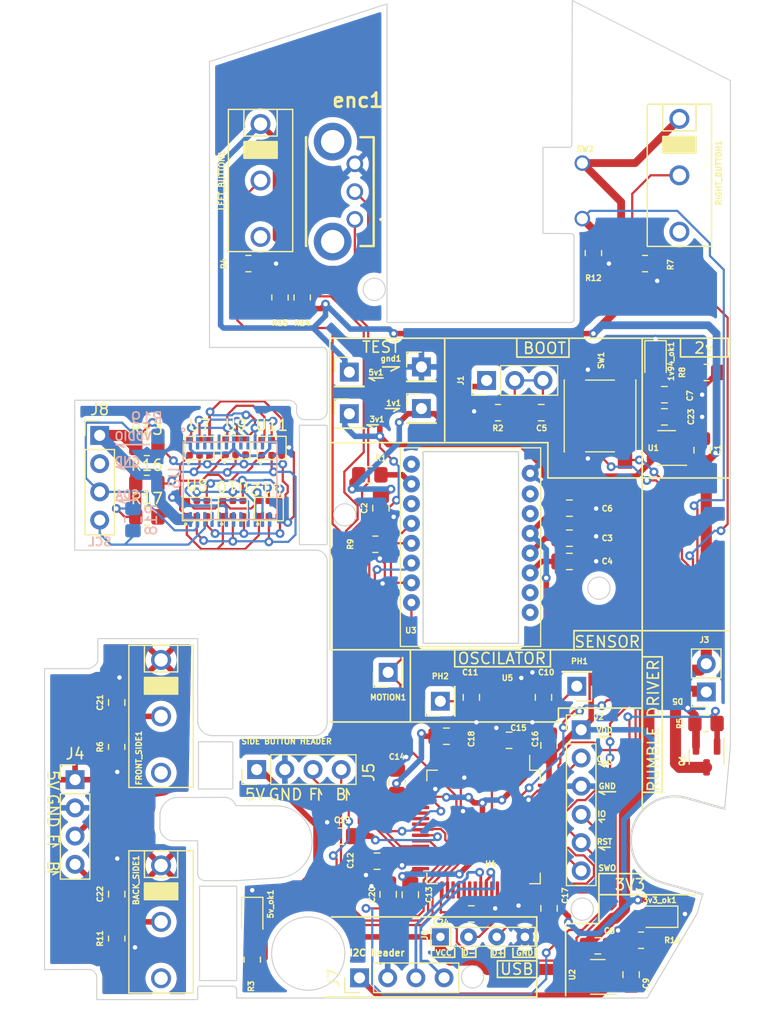
<source format=kicad_pcb>
(kicad_pcb (version 20211014) (generator pcbnew)
  (layers (0 "F.Cu" signal) (31 "B.Cu" signal) (34 "B.Paste" user) (35 "F.Paste" user) (36 "B.SilkS" user "B.Silkscreen") (37 "F.SilkS" user "F.Silkscreen") (38 "B.Mask" user) (39 "F.Mask" user) (44 "Edge.Cuts" user))
  (net 0 "")
  (net 1 "VDD")
  (net 2 "GND")
  (net 3 "Net-(1v94_ok1-Pad2)")
  (net 4 "VDDIO")
  (net 5 "Net-(3v3_ok1-Pad2)")
  (net 6 "Net-(5v_ok1-Pad2)")
  (net 7 "VDDPIX")
  (net 8 "NRST")
  (net 9 "PH0")
  (net 10 "PH1")
  (net 11 "Net-(C12-Pad1)")
  (net 12 "BOOT0")
  (net 13 "SWDCLK")
  (net 14 "SWDIO")
  (net 15 "SWO")
  (net 16 "SDA")
  (net 17 "SCL")
  (net 18 "MOTION")
  (net 19 "LEDP")
  (net 20 "SPI2_MISO")
  (net 25 "SPI2_MOSI")
  (net 27 "SPI2_SCK")
  (net 28 "SPI2_NCS")
  (net 36 "D-")
  (net 37 "D+")
  (net 43 "BACK_STATE")
  (net 44 "Net-(D5-Pad2)")
  (net 45 "RUMBLE")
  (net 46 "PHASE_A")
  (net 47 "PHASE_B")
  (net 56 "Net-(C18-Pad1)")
  (net 68 "WHEEL_BUTTON")
  (net 69 "+5V")
  (net 70 "LEFT_STATE")
  (net 71 "RIGHT_STATE")
  (net 72 "FRONT_STATE")
  (net 73 "Net-(C23-Pad1)")
  (net 74 "VDDB")
  (net 75 "VDDG")
  (net 76 "VDDR")
  (net 82 "PWM0")
  (net 83 "PWM1")
  (net 84 "PWM2")
  (net 85 "PWM3")
  (net 86 "PWM4")
  (net 87 "PWM5")
  (net 88 "PWM6")
  (net 89 "PWM7")
  (footprint "Connector_PinHeader_2.54mm:PinHeader_1x01_P2.54mm_Vertical" (layer "F.Cu") (at 102.5 57.5)
    (fp_text reference "gnd1")
    (fp_text value "GND_TEST")
  )
  (footprint "mouse:PMW3389DM-T3QU" (layer "F.Cu") (at 101.59808 78.718068 -90)
    (fp_text reference "U3")
    (fp_text value "PWM3389DM-T3QU")
    (fp_rect (start -13.59 -9.65) (end 3.67 -1.05) (layer "Edge.Cuts") (width 0.12) (fill none))
  )
  (footprint "Resistor_SMD:R_0805_2012Metric_Pad1.20x1.40mm_HandSolder" (layer "F.Cu") (at 75.0325 91.7125 90)
    (fp_text reference "R6")
    (fp_text value "4.7k")
  )
  (footprint "mouse:D2F-01F" (layer "F.Cu") (at 79.0325 107.4625)
    (fp_text reference "BACK_SIDE1")
    (fp_text value "D2F-01F")
  )
  (footprint "mouse:EC10E1220505" (layer "F.Cu") (at 96.49808 44.218068 90)
    (fp_text reference "enc1")
    (fp_text value "EC10E1220505" hide)
  )
  (footprint "Resistor_SMD:R_0805_2012Metric_Pad1.20x1.40mm_HandSolder" (layer "F.Cu") (at 97.84808 67.218068)
    (fp_text reference "R1")
    (fp_text value "13")
  )
  (footprint "Connector_PinHeader_2.54mm:PinHeader_1x04_P2.54mm_Vertical" (layer "F.Cu") (at 96.92 112.5 90)
    (fp_text reference "J7")
    (fp_text value "i2c header")
  )
  (footprint "Capacitor_SMD:C_0805_2012Metric_Pad1.18x1.45mm_HandSolder" (layer "F.Cu") (at 110.39808 91.118068 180)
    (fp_text reference "C15")
    (fp_text value "4.7u")
  )
  (footprint "Capacitor_SMD:C_0805_2012Metric_Pad1.18x1.45mm_HandSolder" (layer "F.Cu") (at 113.99808 91.580568 90)
    (fp_text reference "C16")
    (fp_text value "4.7u")
  )
  (footprint "Button_Switch_SMD:SW_Push_1P1T_NO_6x6mm_H9.5mm" (layer "F.Cu") (at 118.59808 61.918068 -90)
    (fp_text reference "SW1")
    (fp_text value "RND 210-00210")
  )
  (footprint "Capacitor_SMD:C_0805_2012Metric_Pad1.18x1.45mm_HandSolder" (layer "F.Cu") (at 107 87.25 90)
    (fp_text reference "C11")
    (fp_text value "18p")
  )
  (footprint "Resistor_SMD:R_0805_2012Metric_Pad1.20x1.40mm_HandSolder" (layer "F.Cu") (at 77.75 71)
    (fp_text reference "R17")
    (fp_text value "8.2")
  )
  (footprint "Resistor_SMD:R_0805_2012Metric_Pad1.20x1.40mm_HandSolder" (layer "F.Cu") (at 91.75 51.25 -90)
    (fp_text reference "R14")
    (fp_text value "10k")
  )
  (footprint "LED_SMD:LED_0805_2012Metric_Pad1.15x1.40mm_HandSolder" (layer "F.Cu") (at 87.25 107.1125 -90)
    (fp_text reference "5v_ok1")
    (fp_text value "D597-5111-407F3")
  )
  (footprint "Package_QFP:LQFP-64_10x10mm_P0.5mm" (layer "F.Cu") (at 108.09808 98.918068 -90)
    (fp_text reference "U4")
    (fp_text value "STM32F401RBTx")
  )
  (footprint "Capacitor_SMD:C_0805_2012Metric_Pad1.18x1.45mm_HandSolder" (layer "F.Cu") (at 75.0325 87.7125 -90)
    (fp_text reference "C21")
    (fp_text value "10u")
  )
  (footprint "Capacitor_SMD:C_0805_2012Metric_Pad1.18x1.45mm_HandSolder" (layer "F.Cu") (at 104.75 90.75 180)
    (fp_text reference "C18")
    (fp_text value "4.7u")
  )
  (footprint "LED_SMD:LED_0805_2012Metric_Pad1.15x1.40mm_HandSolder" (layer "F.Cu") (at 123.75 107 180)
    (fp_text reference "3v3_ok1")
    (fp_text value "D597-5111-407F3")
  )
  (footprint "Capacitor_SMD:C_0805_2012Metric_Pad1.18x1.45mm_HandSolder" (layer "F.Cu") (at 127.8 65 90)
    (fp_text reference "C1")
    (fp_text value "4u7")
  )
  (footprint "mouse:SOD-323HE" (layer "F.Cu") (at 125.6 85.8 -90)
    (fp_text reference "D5")
    (fp_text value "SS16HE")
  )
  (footprint "Capacitor_SMD:C_0805_2012Metric_Pad1.18x1.45mm_HandSolder" (layer "F.Cu") (at 115.83558 75.018068)
    (fp_text reference "C4")
    (fp_text value "4u7")
  )
  (footprint "mouse:LFXTAL055951" (layer "F.Cu") (at 110.25 87.5 180)
    (fp_text reference "U5")
    (fp_text value "LFXTAL055951")
  )
  (footprint "Capacitor_SMD:C_0805_2012Metric_Pad1.18x1.45mm_HandSolder" (layer "F.Cu") (at 99.5 104.9875 -90)
    (fp_text reference "C20")
    (fp_text value "10u")
  )
  (footprint "Package_TO_SOT_SMD:SOT-23" (layer "F.Cu") (at 118.39808 112.418068 180)
    (fp_text reference "U2")
    (fp_text value "TS3480CX33 RFG")
  )
  (footprint "Package_TO_SOT_SMD:SOT-23-5" (layer "F.Cu") (at 124.6 64.8 180)
    (fp_text reference "U1")
    (fp_text value "LP2985IM5-2.0/NOPB")
  )
  (footprint "Resistor_SMD:R_0805_2012Metric_Pad1.20x1.40mm_HandSolder" (layer "F.Cu") (at 122.29808 109.118068 180)
    (fp_text reference "R10")
    (fp_text value "1k")
  )
  (footprint "mouse:RND_135-00249" (layer "F.Cu") (at 82.25 70.25 90)
    (fp_text reference "U8")
    (fp_text value "RND 135-00249")
  )
  (footprint "mouse:D2F-01F" (layer "F.Cu") (at 87.99808 40.718068)
    (fp_text reference "LEFT_BUTTON1")
    (fp_text value "D2F-01F")
  )
  (footprint "Capacitor_SMD:C_0805_2012Metric_Pad1.18x1.45mm_HandSolder" (layer "F.Cu") (at 98.84808 70.218068 -90)
    (fp_text reference "C2")
    (fp_text value "10u")
  )
  (footprint "Capacitor_SMD:C_0805_2012Metric_Pad1.18x1.45mm_HandSolder" (layer "F.Cu") (at 100.3 94.85 90)
    (fp_text reference "C14")
    (fp_text value "4.7u")
  )
  (footprint "Resistor_SMD:R_0805_2012Metric_Pad1.20x1.40mm_HandSolder" (layer "F.Cu") (at 77.75 64.75)
    (fp_text reference "R13")
    (fp_text value "680m")
  )
  (footprint "Capacitor_SMD:C_0805_2012Metric_Pad1.18x1.45mm_HandSolder" (layer "F.Cu") (at 113.5 87.25 -90)
    (fp_text reference "C10")
    (fp_text value "18p")
  )
  (footprint "Connector_PinHeader_2.54mm:PinHeader_1x01_P2.54mm_Vertical" (layer "F.Cu") (at 96 61.718068)
    (fp_text reference "3v1")
    (fp_text value "3v3_TEST")
  )
  (footprint "mouse:USB_2.45" (layer "F.Cu") (at 106.75 111.355)
    (fp_text reference "J6")
    (fp_text value "USB_OTG_custom")
  )
  (footprint "Resistor_SMD:R_0805_2012Metric_Pad1.20x1.40mm_HandSolder" (layer "F.Cu") (at 89.75 51.25 -90)
    (fp_text reference "R15")
    (fp_text value "10k")
  )
  (footprint "Capacitor_SMD:C_0805_2012Metric_Pad1.18x1.45mm_HandSolder" (layer "F.Cu") (at 95.25 99.75)
    (fp_text reference "C19")
    (fp_text value "10u")
  )
  (footprint "Connector_PinHeader_2.54mm:PinHeader_1x04_P2.54mm_Vertical" (layer "F.Cu") (at 87.65 93.75 90)
    (fp_text reference "J5")
    (fp_text value "Conn_01x04_Male")
  )
  (footprint "mouse:RND_135-00249" (layer "F.Cu") (at 85.75 64.7 90)
    (fp_text reference "U9")
    (fp_text value "RND 135-00249")
  )
  (footprint "mouse:RND_135-00249" (layer "F.Cu") (at 89 64.75 90)
    (fp_text reference "U11")
    (fp_text value "RND 135-00249")
  )
  (footprint "Connector_PinHeader_2.54mm:PinHeader_1x01_P2.54mm_Vertical" (layer "F.Cu") (at 102.5 61.25)
    (fp_text reference "1v1")
    (fp_text value "1v94_TEST")
  )
  (footprint "Connector_PinHeader_2.54mm:PinHeader_1x04_P2.54mm_Vertical" (layer "F.Cu") (at 71.2825 94.6625)
    (fp_text reference "J4")
    (fp_text value "Conn_01x04_Male")
  )
  (footprint "Capacitor_SMD:C_0805_2012Metric_Pad1.18x1.45mm_HandSolder" (layer "F.Cu") (at 75.0325 104.9625 -90)
    (fp_text reference "C22")
    (fp_text value "10u")
  )
  (footprint "Capacitor_SMD:C_0805_2012Metric_Pad1.18x1.45mm_HandSolder" (layer "F.Cu") (at 107 106.75 180)
    (fp_text reference "C24")
    (fp_text value "10u")
  )
  (footprint "Resistor_SMD:R_0805_2012Metric_Pad1.20x1.40mm_HandSolder" (layer "F.Cu") (at 118 47.25 90)
    (fp_text reference "R12")
    (fp_text value "4.7k")
  )
  (footprint "Package_TO_SOT_SMD:SOT-23" (layer "F.Cu") (at 128.19808 92.618068 -90)
    (fp_text reference "Q1")
    (fp_text value "TSM2308CX RFG")
  )
  (footprint "Connector_PinHeader_2.54mm:PinHeader_1x01_P2.54mm_Vertical" (layer "F.Cu") (at 104.2 87.6 90)
    (fp_text reference "PH2")
    (fp_text value "PH1_TEST")
  )
  (footprint "Capacitor_SMD:C_0805_2012Metric_Pad1.18x1.45mm_HandSolder" (layer "F.Cu") (at 121.39808 112.218068 90)
    (fp_text reference "C9")
    (fp_text value "4u7")
  )
  (footprint "Resistor_SMD:R_0805_2012Metric_Pad1.20x1.40mm_HandSolder" (layer "F.Cu") (at 109.39808 61.618068 180)
    (fp_text reference "R2")
    (fp_text value "10k")
  )
  (footprint "Connector_PinHeader_2.54mm:PinHeader_1x03_P2.54mm_Vertical" (layer "F.Cu") (at 108.37308 58.718068 90)
    (fp_text reference "J1")
    (fp_text value "RND 205-00624")
  )
  (footprint "mouse:RND_135-00249" (layer "F.Cu") (at 88.75 70.25 90)
    (fp_text reference "U12")
    (fp_text value "RND 135-00249")
  )
  (footprint "LED_SMD:LED_0805_2012Metric_Pad1.15x1.40mm_HandSolder" (layer "F.Cu") (at 123.6 57 -90)
    (fp_text reference "1v94_ok1")
    (fp_text value "D597-5111-407F3")
  )
  (footprint "Capacitor_SMD:C_0805_2012Metric_Pad1.18x1.45mm_HandSolder" (layer "F.Cu") (at 101.49808 105.018068 -90)
    (fp_text reference "C13")
    (fp_text value "4.7u")
  )
  (footprint "Resistor_SMD:R_0805_2012Metric_Pad1.20x1.40mm_HandSolder" (layer "F.Cu") (at 98.34808 73.468068)
    (fp_text reference "R9")
    (fp_text value "10k")
  )
  (footprint "mouse:D2F-01F" (layer "F.Cu") (at 79.0325 88.9625)
    (fp_text reference "FRONT_SIDE1")
    (fp_text value "D2F-01F")
  )
  (footprint "Connector_PinHeader_2.54mm:PinHeader_1x01_P2.54mm_Vertical" (layer "F.Cu") (at 96 57.968068)
    (fp_text reference "5v1")
    (fp_text value "5v_TEST")
  )
  (footprint "Capacitor_SMD:C_0805_2012Metric_Pad1.18x1.45mm_HandSolder" (layer "F.Cu") (at 115.83558 72.918068)
    (fp_text reference "C3")
    (fp_text value "10u")
  )
  (footprint "Capacitor_SMD:C_0805_2012Metric_Pad1.18x1.45mm_HandSolder" (layer "F.Cu") (at 124.4 62)
    (fp_text reference "C23")
    (fp_text value "4u7")
  )
  (footprint "Capacitor_SMD:C_0805_2012Metric_Pad1.18x1.45mm_HandSolder" (layer "F.Cu") (at 98.5 102 180)
    (fp_text reference "C12")
    (fp_text value "4.7u")
  )
  (footprint "mouse:D2F-01F" (layer "F.Cu") (at 125.75 40.25)
    (fp_text reference "RIGHT_BUTTON1")
    (fp_text value "D2F-01F")
  )
  (footprint "Connector_PinHeader_2.54mm:PinHeader_1x01_P2.54mm_Vertical" (layer "F.Cu") (at 116.5 86.25 180)
    (fp_text reference "PH1")
    (fp_text value "PH0_TEST")
  )
  (footprint "Resistor_SMD:R_0805_2012Metric_Pad1.20x1.40mm_HandSolder" (layer "F.Cu") (at 87.25 110.8625 90)
    (fp_text reference "R3")
    (fp_text value "1k")
  )
  (footprint "Capacitor_SMD:C_0805_2012Metric_Pad1.18x1.45mm_HandSolder" (layer "F.Cu") (at 114 106.25 -90)
    (fp_text reference "C17")
    (fp_text value "4.7u")
  )
  (footprint "mouse:RND_135-00249" (layer "F.Cu") (at 82.5 64.75 90)
    (fp_text reference "U7")
    (fp_text value "RND 135-00249")
  )
  (footprint "Resistor_SMD:R_0805_2012Metric_Pad1.20x1.40mm_HandSolder" (layer "F.Cu") (at 86.9 48.2 180)
    (fp_text reference "R4")
    (fp_text value "4.7k")
  )
  (footprint "Resistor_SMD:R_0805_2012Metric_Pad1.20x1.40mm_HandSolder" (layer "F.Cu") (at 128.15 89.6 180)
    (fp_text reference "R5")
    (fp_text value "10k")
  )
  (footprint "Capacitor_SMD:C_0805_2012Metric_Pad1.18x1.45mm_HandSolder" (layer "F.Cu") (at 124.4 60)
    (fp_text reference "C7")
    (fp_text value "4u7")
  )
  (footprint "Capacitor_SMD:C_0805_2012Metric_Pad1.18x1.45mm_HandSolder" (layer "F.Cu") (at 115.83558 70.218068)
    (fp_text reference "C6")
    (fp_text value "10u")
  )
  (footprint "Connector_PinHeader_2.54mm:PinHeader_1x06_P2.54mm_Vertical" (layer "F.Cu") (at 116.89808 90.168068)
    (fp_text reference "J2")
    (fp_text value "RND 205-00627")
  )
  (footprint "mouse:RND_135-00249" (layer "F.Cu") (at 85.5 70.25 90)
    (fp_text reference "U10")
    (fp_text value "RND 135-00249")
  )
  (footprint "Capacitor_SMD:C_0805_2012Metric_Pad1.18x1.45mm_HandSolder" (layer "F.Cu") (at 113.29808 61.618068)
    (fp_text reference "C5")
    (fp_text value "100n")
  )
  (footprint "Capacitor_SMD:C_0805_2012Metric_Pad1.18x1.45mm_HandSolder" (layer "F.Cu") (at 118.39808 109.618068)
    (fp_text reference "C8")
    (fp_text value "4u7")
  )
  (footprint "Connector_PinHeader_2.54mm:PinHeader_1x04_P2.54mm_Vertical" (layer "F.Cu") (at 73.5 63.67)
    (fp_text reference "J8")
    (fp_text value "i2c header")
  )
  (footprint "Resistor_SMD:R_0805_2012Metric_Pad1.20x1.40mm_HandSolder" (layer "F.Cu") (at 128.2 58 180)
    (fp_text reference "R8")
    (fp_text value "56")
  )
  (footprint "Connector_PinHeader_2.54mm:PinHeader_1x01_P2.54mm_Vertical" (layer "F.Cu") (at 99.5 85 90)
    (fp_text reference "MOTION1")
    (fp_text value "MOTION_TEST")
  )
  (footprint "mouse:evqP0E07" (layer "F.Cu") (at 117 41.65)
    (fp_text reference "SW2")
    (fp_text value "SW_Push")
  )
  (footprint "Resistor_SMD:R_0805_2012Metric_Pad1.20x1.40mm_HandSolder" (layer "F.Cu") (at 77.75 68)
    (fp_text reference "R16")
    (fp_text value "680m")
  )
  (footprint "Resistor_SMD:R_0805_2012Metric_Pad1.20x1.40mm_HandSolder" (layer "F.Cu") (at 122.65 48.2 180)
    (fp_text reference "R7")
    (fp_text value "4.7k")
  )
  (footprint "Resistor_SMD:R_0805_2012Metric_Pad1.20x1.40mm_HandSolder" (layer "F.Cu") (at 75.0325 108.9625 90)
    (fp_text reference "R11")
    (fp_text value "4.7k")
  )
  (footprint "Connector_PinSocket_2.54mm:PinSocket_1x02_P2.54mm_Vertical" (layer "F.Cu") (at 128.17308 86.768068 180)
    (fp_text reference "J3")
    (fp_text value "Motor con")
  )
  (footprint "mouse:TSSOP-24" (layer "B.Cu") (at 81.675 64.2625 -90)
    (fp_text reference "U6")
    (fp_text value "9DB403DGLFT")
  )
  (footprint "Resistor_SMD:R_0805_2012Metric_Pad1.20x1.40mm_HandSolder" (layer "B.Cu") (at 77.75 63.75 180)
    (fp_text reference "R19")
    (fp_text value "10k")
  )
  (footprint "Resistor_SMD:R_0805_2012Metric_Pad1.20x1.40mm_HandSolder" (layer "B.Cu") (at 76.5 71.25 90)
    (fp_text reference "R18")
    (fp_text value "10k")
  )
  (gr_line (start 77 66.5) (end 75 66.5) (layer "B.SilkS") (width 0.15))
  (gr_line (start 75 66.5) (end 75.75 66.75) (layer "B.SilkS") (width 0.15))
  (gr_line (start 75 64.5) (end 75.75 64.75) (layer "B.SilkS") (width 0.15))
  (gr_line (start 76.75 69.5) (end 75 69.5) (layer "B.SilkS") (width 0.15))
  (gr_line (start 75 69.5) (end 75.75 69.75) (layer "B.SilkS") (width 0.15))
  (gr_line (start 77.75 64.5) (end 75 64.5) (layer "B.SilkS") (width 0.15))
  (gr_line (start 122.4 83.6) (end 124.2 83.6) (layer "F.SilkS") (width 0.15))
  (gr_line (start 100.5 57.5) (end 99.75 57.875) (layer "F.SilkS") (width 0.15))
  (gr_line (start 122.39808 54.918068) (end 130.24808 54.918068) (layer "F.SilkS") (width 0.15))
  (gr_line (start 114.84808 88.218068) (end 122.34808 88.218068) (layer "F.SilkS") (width 0.15))
  (gr_line (start 104.59808 54.918068) (end 94.25 54.918068) (layer "F.SilkS") (width 0.15))
  (gr_line (start 116.25 81.25) (end 122.4 81.25) (layer "F.SilkS") (width 0.15))
  (gr_line (start 109.34808 110.968068) (end 112.84808 110.968068) (layer "F.SilkS") (width 0.15))
  (gr_line (start 108.8 110.65) (end 110 110.65) (layer "F.SilkS") (width 0.15))
  (gr_line (start 112.89808 107.018068) (end 94.39808 107.018068) (layer "F.SilkS") (width 0.15))
  (gr_line (start 107.4 110.65) (end 107.4 109.85) (layer "F.SilkS") (width 0.15))
  (gr_line (start 122.39808 70.718068) (end 122.39808 57.018068) (layer "F.SilkS") (width 0.15))
  (gr_line (start 118.5 98.25) (end 118.75 98.5) (layer "F.SilkS") (width 0.15))
  (gr_line (start 124.2 83.6) (end 124.2 95.8) (layer "F.SilkS") (width 0.15))
  (gr_line (start 119.5 93.25) (end 118.5 93.25) (layer "F.SilkS") (width 0.15))
  (gr_line (start 130.2 67.5) (end 113.89808 67.5) (layer "F.SilkS") (width 0.15))
  (gr_line (start 106.2 109.85) (end 106.2 110.65) (layer "F.SilkS") (width 0.15))
  (gr_line (start 111.09808 56.618068) (end 115.79808 56.618068) (layer "F.SilkS") (width 0.15))
  (gr_line (start 125.85 55) (end 125.85 56.6) (layer "F.SilkS") (width 0.15))
  (gr_line (start 118.5 95.75) (end 119 96) (layer "F.SilkS") (width 0.15))
  (gr_line (start 104.59808 64.318068) (end 94.25 64.318068) (layer "F.SilkS") (width 0.15))
  (gr_line (start 110 110.65) (end 110 109.85) (layer "F.SilkS") (width 0.15))
  (gr_line (start 114.125 84.5) (end 105.5 84.5) (layer "F.SilkS") (width 0.15))
  (gr_line (start 120 95.75) (end 118.5 95.75) (layer "F.SilkS") (width 0.15))
  (gr_line (start 103.4 109.85) (end 103.4 110.65) (layer "F.SilkS") (width 0.15))
  (gr_line (start 98.59808 62.718068) (end 97.59808 62.718068) (layer "F.SilkS") (width 0.15))
  (gr_line (start 97.77692 58.5) (end 98.27692 58.75) (layer "F.SilkS") (width 0.15))
  (gr_line (start 93.79808 114.218068) (end 112.89808 114.218068) (layer "F.SilkS") (width 0.15))
  (gr_line (start 122.39808 97.218068) (end 122.39808 70.718068) (layer "F.SilkS") (width 0.15))
  (gr_line (start 95.75 95.5) (end 96 96) (layer "F.SilkS") (width 0.15))
  (gr_line (start 118.5 100.75) (end 119 101) (layer "F.SilkS") (width 0.15))
  (gr_line (start 104.59808 64.318068) (end 104.59808 54.918068) (layer "F.SilkS") (width 0.15))
  (gr_line (start 127.19808 105.018068) (end 118.49808 105.018068) (layer "F.SilkS") (width 0.15))
  (gr_line (start 104.59808 54.918068) (end 122.09808 54.918068) (layer "F.SilkS") (width 0.15))
  (gr_line (start 97.59808 62.718068) (end 98.09808 62.968068) (layer "F.SilkS") (width 0.15))
  (gr_line (start 119.5 100.75) (end 118.5 100.75) (layer "F.SilkS") (width 0.15))
  (gr_line (start 103.4 110.65) (end 105.5 110.65) (layer "F.SilkS") (width 0.15))
  (gr_line (start 106.2 110.65) (end 107.4 110.65) (layer "F.SilkS") (width 0.15))
  (gr_line (start 119 98.25) (end 118.5 98.25) (layer "F.SilkS") (width 0.15))
  (gr_line (start 115.79808 56.618068) (end 115.79808 54.918068) (layer "F.SilkS") (width 0.15))
  (gr_line (start 125.85 56.6) (end 130.15 56.6) (layer "F.SilkS") (width 0.15))
  (gr_line (start 114.84808 89.468068) (end 114.84808 88.718068) (layer "F.SilkS") (width 0.15))
  (gr_line (start 124.2 95.8) (end 122.4 95.8) (layer "F.SilkS") (width 0.15))
  (gr_line (start 122.4 81.25) (end 130.2 81.25) (layer "F.SilkS") (width 0.15))
  (gr_line (start 68.7825 100.4625) (end 69.7825 100.4625) (layer "F.SilkS") (width 0.15))
  (gr_line (start 118.5 93.25) (end 119.5 93.25) (layer "F.SilkS") (width 0.15))
  (gr_line (start 122.39808 54.918068) (end 122.39808 57.018068) (layer "F.SilkS") (width 0.15))
  (gr_line (start 110.75 109.85) (end 110.75 110.65) (layer "F.SilkS") (width 0.15))
  (gr_line (start 99 57.5) (end 100.5 57.5) (layer "F.SilkS") (width 0.15))
  (gr_line (start 111.09808 54.918068) (end 111.09808 56.618068) (layer "F.SilkS") (width 0.15))
  (gr_line (start 93.25 96.5) (end 93.25 95.5) (layer "F.SilkS") (width 0.15))
  (gr_line (start 109.34808 112.468068) (end 109.34808 110.968068) (layer "F.SilkS") (width 0.15))
  (gr_line (start 113.89808 67.5) (end 113.89808 64.318068) (layer "F.SilkS") (width 0.15))
  (gr_line (start 94.25 89.468068) (end 114.84808 89.468068) (layer "F.SilkS") (width 0.15))
  (gr_line (start 69.7825 102.9625) (end 69.2825 103.2125) (layer "F.SilkS") (width 0.15))
  (gr_line (start 68.7825 102.9625) (end 69.7825 102.9625) (layer "F.SilkS") (width 0.15))
  (gr_line (start 105.5 84.5) (end 105.5 83) (layer "F.SilkS") (width 0.15))
  (gr_line (start 115.49808 107.618068) (end 115.49808 114.118068) (layer "F.SilkS") (width 0.15))
  (gr_line (start 130.15 56.6) (end 130.15 55) (layer "F.SilkS") (width 0.15))
  (gr_line (start 114.125 84.5) (end 114.125 83) (layer "F.SilkS") (width 0.15))
  (gr_line (start 93.25 95.5) (end 93.5 96) (layer "F.SilkS") (width 0.15))
  (gr_line (start 69.7825 100.4625) (end 69.2825 100.7125) (layer "F.SilkS") (width 0.15))
  (gr_line (start 99.02692 58.5) (end 97.77692 58.5) (layer "F.SilkS") (width 0.15))
  (gr_line (start 108.8 109.85) (end 108.8 110.65) (layer "F.SilkS") (width 0.15))
  (gr_line (start 116.25 83) (end 116.25 81.25) (layer "F.SilkS") (width 0.15))
  (gr_line (start 114.84808 88.718068) (end 114.84808 88.218068) (layer "F.SilkS") (width 0.15))
  (gr_line (start 100.5 61.25) (end 100 61.5) (layer "F.SilkS") (width 0.15))
  (gr_line (start 119.5 90.75) (end 118.5 90.75) (layer "F.SilkS") (width 0.15))
  (gr_line (start 122.09808 54.918068) (end 122.39808 54.918068) (layer "F.SilkS") (width 0.15))
  (gr_line (start 101.5 83) (end 101.5 89.468068) (layer "F.SilkS") (width 0.15))
  (gr_line (start 99.25 61.25) (end 100.5 61.25) (layer "F.SilkS") (width 0.15))
  (gr_line (start 118.49808 105.018068) (end 118.49808 103.118068) (layer "F.SilkS") (width 0.15))
  (gr_line (start 112.84808 112.468068) (end 109.34808 112.468068) (layer "F.SilkS") (width 0.15))
  (gr_line (start 112.75 110.65) (end 112.75 109.85) (layer "F.SilkS") (width 0.15))
  (gr_line (start 118.49808 103.118068) (end 122.25 103.118068) (layer "F.SilkS") (width 0.15))
  (gr_line (start 94.25 54.918068) (end 94.25 82.968068) (layer "F.SilkS") (width 0.15))
  (gr_line (start 112.89808 114.218068) (end 112.89808 107.018068) (layer "F.SilkS") (width 0.15))
  (gr_line (start 118.5 90.75) (end 119 91) (layer "F.SilkS") (width 0.15))
  (gr_line (start 118.49808 107.618068) (end 115.49808 107.618068) (layer "F.SilkS") (width 0.15))
  (gr_line (start 95.75 96.5) (end 95.75 95.5) (layer "F.SilkS") (width 0.15))
  (gr_line (start 94.25 82.968068) (end 122.34808 82.968068) (layer "F.SilkS") (width 0.15))
  (gr_line (start 113.89808 64.318068) (end 104.59808 64.318068) (layer "F.SilkS") (width 0.15))
  (gr_line (start 105.5 110.65) (end 105.5 109.85) (layer "F.SilkS") (width 0.15))
  (gr_line (start 118.5 93.25) (end 119 93.5) (layer "F.SilkS") (width 0.15))
  (gr_line (start 110.75 110.65) (end 112.75 110.65) (layer "F.SilkS") (width 0.15))
  (gr_line (start 118.49808 105.018068) (end 118.49808 107.618068) (layer "F.SilkS") (width 0.15))
  (gr_line (start 113.45 40.961932) (end 113.45 45.48) (layer "Edge.Cuts") (width 0.1))
  (gr_line (start 113.45 37.73) (end 113.45 40.961932) (layer "Edge.Cuts") (width 0.1))
  (gr_line (start 127.84808 104.968068) (end 124.34808 103.968068) (layer "Edge.Cuts") (width 0.2))
  (gr_arc (start 84.75 96.25) (mid 85.375 96.458333) (end 85.75 97) (layer "Edge.Cuts") (width 0.1))
  (gr_arc (start 80.25 100.1625) (mid 79.256047 99.768909) (end 78.9325 98.75) (layer "Edge.Cuts") (width 0.1))
  (gr_line (start 83.75 90.7) (end 86.25 90.7) (layer "Edge.Cuts") (width 0.1))
  (gr_arc (start 90.5 60.5) (mid 90.950694 60.636459) (end 91.25 61) (layer "Edge.Cuts") (width 0.1))
  (gr_line (start 85.84808 103.75) (end 83 103.75) (layer "Edge.Cuts") (width 0.1))
  (gr_line (start 130.34808 31.718068) (end 130.34808 50.818068) (layer "Edge.Cuts") (width 0.1))
  (gr_line (start 82.3325 96.2625) (end 82.3325 96.2625) (layer "Edge.Cuts") (width 0.1))
  (gr_line (start 95.14808 114.318068) (end 85.84808 114.318068) (layer "Edge.Cuts") (width 0.1))
  (gr_arc (start 124.34808 103.968068) (mid 121.505354 99.128894) (end 126.347008 96.290393) (layer "Edge.Cuts") (width 0.2))
  (gr_line (start 127.34808 106.718068) (end 127.84808 104.968068) (layer "Edge.Cuts") (width 0.1))
  (gr_arc (start 94 61.5) (mid 93.78033 62.03033) (end 93.25 62.25) (layer "Edge.Cuts") (width 0.1))
  (gr_line (start 122.84808 114.318068) (end 127.34808 106.718068) (layer "Edge.Cuts") (width 0.1))
  (gr_line (start 82.3325 114.4625) (end 81.8325 114.4625) (layer "Edge.Cuts") (width 0.1))
  (gr_arc (start 93.75 55.75) (mid 93.934017 55.970491) (end 94 56.25) (layer "Edge.Cuts") (width 0.1))
  (gr_line (start 99.39808 24.818068) (end 83.39808 30.018068) (layer "Edge.Cuts") (width 0.1))
  (gr_line (start 95.14808 114.318068) (end 122.84808 114.318068) (layer "Edge.Cuts") (width 0.1))
  (gr_arc (start 72.5 111.75) (mid 73.025929 111.97044) (end 73.2375 112.5) (layer "Edge.Cuts") (width 0.1))
  (gr_line (start 94 56.25) (end 94 60.5) (layer "Edge.Cuts") (width 0.1))
  (gr_line (start 85.84808 103.75) (end 89.39808 103.518068) (layer "Edge.Cuts") (width 0.1))
  (gr_circle (center 98.25 50.518068) (end 99.25 50.518068) (layer "Edge.Cuts") (width 0.1) (fill none))
  (gr_line (start 82.3325 100.1625) (end 80.25 100.1625) (layer "Edge.Cuts") (width 0.1))
  (gr_arc (start 82.3325 113.5) (mid 82.378246 113.349537) (end 82.5 113.25) (layer "Edge.Cuts") (width 0.1))
  (gr_arc (start 116.05 37.5) (mid 115.956741 37.689011) (end 115.75 37.73) (layer "Edge.Cuts") (width 0.1))
  (gr_line (start 73.2375 112.5) (end 73.2325 114.4625) (layer "Edge.Cuts") (width 0.1))
  (gr_line (start 116.25 53.25) (end 116.25 45.75) (layer "Edge.Cuts") (width 0.1))
  (gr_arc (start 99.5 53.5) (mid 99.369135 53.407576) (end 99.39808 53.25) (layer "Edge.Cuts") (width 0.1))
  (gr_line (start 83.39808 55.75) (end 83.39808 30.018068) (layer "Edge.Cuts") (width 0.1))
  (gr_line (start 116.1 24.518068) (end 130.34808 31.718068) (layer "Edge.Cuts") (width 0.1))
  (gr_line (start 94 89.5) (end 94 75) (layer "Edge.Cuts") (width 0.1))
  (gr_line (start 86.25 90.7) (end 87.75 90.7) (layer "Edge.Cuts") (width 0.1))
  (gr_line (start 82.3325 114.318068) (end 82.3325 113.5) (layer "Edge.Cuts") (width 0.1))
  (gr_circle (center 116.995316 106.318068) (end 117.995316 106.318068) (layer "Edge.Cuts") (width 0.1) (fill none))
  (gr_line (start 82.3325 89.25) (end 82.3325 81.9625) (layer "Edge.Cuts") (width 0.1))
  (gr_circle (center 107.09808 112.418068) (end 108.09808 112.418068) (layer "Edge.Cuts") (width 0.1) (fill none))
  (gr_arc (start 94 89.5) (mid 93.630731 90.366386) (end 92.75 90.7) (layer "Edge.Cuts") (width 0.1))
  (gr_arc (start 116 45.5) (mid 116.176777 45.573223) (end 116.25 45.75) (layer "Edge.Cuts") (width 0.1))
  (gr_line (start 80.0325 114.4625) (end 77.8325 114.4625) (layer "Edge.Cuts") (width 0.1))
  (gr_line (start 116.05 37.5) (end 116.1 24.518068) (layer "Edge.Cuts") (width 0.1))
  (gr_line (start 82.3325 103) (end 82.3325 100.2625) (layer "Edge.Cuts") (width 0.1))
  (gr_line (start 115.75 37.73) (end 113.45 37.73) (layer "Edge.Cuts") (width 0.1))
  (gr_line (start 99.39808 24.818068) (end 99.39808 53.25) (layer "Edge.Cuts") (width 0.1))
  (gr_line (start 82.3325 81.9625) (end 73.3325 81.9625) (layer "Edge.Cuts") (width 0.1))
  (gr_rect (start 85.84808 112.75) (end 82.5 104.25) (layer "Edge.Cuts") (width 0.1) (fill none))
  (gr_line (start 68.5325 111.7625) (end 72.5 111.75) (layer "Edge.Cuts") (width 0.1))
  (gr_arc (start 89.34808 97.018068) (mid 92.648175 100.242875) (end 89.39808 103.518068) (layer "Edge.Cuts") (width 0.1))
  (gr_arc (start 85.5 113.25) (mid 85.714278 113.318976) (end 85.84808 113.5) (layer "Edge.Cuts") (width 0.1))
  (gr_arc (start 116.25 53.25) (mid 116.176777 53.426777) (end 116 53.5) (layer "Edge.Cuts") (width 0.1))
  (gr_line (start 68.5325 84.6625) (end 68.5325 111.7625) (layer "Edge.Cuts") (width 0.1))
  (gr_line (start 93.25 62.25) (end 92 62.25) (layer "Edge.Cuts") (width 0.1))
  (gr_line (start 91.25 61) (end 91.25 61.5) (layer "Edge.Cuts") (width 0.1))
  (gr_line (start 87.75 90.7) (end 92.75 90.7) (layer "Edge.Cuts") (width 0.1))
  (gr_line (start 130.34808 50.818068) (end 130.34808 91.718068) (layer "Edge.Cuts") (width 0.1))
  (gr_line (start 85.5 113.25) (end 82.5 113.25) (layer "Edge.Cuts") (width 0.1))
  (gr_line (start 92 62.25) (end 92 62.25) (layer "Edge.Cuts") (width 0.1))
  (gr_rect (start 85.5 95.5) (end 82.40192 91.25) (layer "Edge.Cuts") (width 0.1) (fill none))
  (gr_line (start 116 45.5) (end 113.45 45.48) (layer "Edge.Cuts") (width 0.1))
  (gr_line (start 94 60.5) (end 94 61.5) (layer "Edge.Cuts") (width 0.1))
  (gr_arc (start 92 62.25) (mid 91.46967 62.03033) (end 91.25 61.5) (layer "Edge.Cuts") (width 0.1))
  (gr_line (start 73.2325 114.4625) (end 75.5325 114.4625) (layer "Edge.Cuts") (width 0.1))
  (gr_circle (center 118.49808 77.418068) (end 119.49808 77.418068) (layer "Edge.Cuts") (width 0.1) (fill none))
  (gr_arc (start 93 74) (mid 93.707107 74.292893) (end 94 75) (layer "Edge.Cuts") (width 0.1))
  (gr_line (start 85.84808 114.318068) (end 85.84808 113.5) (layer "Edge.Cuts") (width 0.1))
  (gr_line (start 82.3325 100.2625) (end 82.3325 100.1625) (layer "Edge.Cuts") (width 0.1))
  (gr_line (start 82.3325 96.2625) (end 84.75 96.25) (layer "Edge.Cuts") (width 0.1))
  (gr_line (start 82.3325 114.4625) (end 82.3325 114.318068) (layer "Edge.Cuts") (width 0.1))
  (gr_line (start 73.3325 81.9625) (end 73.3325 84) (layer "Edge.Cuts") (width 0.1))
  (gr_arc (start 73.3325 84) (mid 72.999406 84.435744) (end 72.5 84.6625) (layer "Edge.Cuts") (width 0.1))
  (gr_line (start 78.9325 98.75) (end 78.9325 97.75) (layer "Edge.Cuts") (width 0.1))
  (gr_line (start 129.82808 97.288068) (end 130.34808 91.718068) (layer "Edge.Cuts") (width 0.1))
  (gr_arc (start 83.75 90.7) (mid 82.716489 90.292482) (end 82.3325 89.25) (layer "Edge.Cuts") (width 0.1))
  (gr_line (start 80.5 96.259835) (end 82.3325 96.2625) (layer "Edge.Cuts") (width 0.1))
  (gr_line (start 99.5 53.5) (end 116 53.5) (layer "Edge.Cuts") (width 0.1))
  (gr_circle (center 95.59808 70.818068) (end 96.59808 70.818068) (layer "Edge.Cuts") (width 0.1) (fill none))
  (gr_line (start 75.5325 114.4625) (end 77.8325 114.4625) (layer "Edge.Cuts") (width 0.1))
  (gr_rect (start 91.5 73.5) (end 94 62.75) (layer "Edge.Cuts") (width 0.1) (fill none))
  (gr_line (start 129.82808 97.288068) (end 126.347008 96.290393) (layer "Edge.Cuts") (width 0.2))
  (gr_line (start 72.5 84.6625) (end 68.5325 84.6625) (layer "Edge.Cuts") (width 0.1))
  (gr_line (start 90.5 60.5) (end 71.25 60.5) (layer "Edge.Cuts") (width 0.1))
  (gr_line (start 80.0325 114.4625) (end 81.8325 114.4625) (layer "Edge.Cuts") (width 0.1))
  (gr_line (start 85.75 97) (end 89.34808 97.018068) (layer "Edge.Cuts") (width 0.1))
  (gr_line (start 83.39808 55.75) (end 93.75 55.75) (layer "Edge.Cuts") (width 0.1))
  (gr_line (start 71.25 60.5) (end 71.25 74) (layer "Edge.Cuts") (width 0.1))
  (gr_arc (start 83 103.75) (mid 82.49799 103.524751) (end 82.3325 103) (layer "Edge.Cuts") (width 0.1))
  (gr_line (start 71.25 74) (end 93 74) (layer "Edge.Cuts") (width 0.1))
  (gr_arc (start 78.9325 97.75) (mid 79.437437 96.711635) (end 80.5 96.259835) (layer "Edge.Cuts") (width 0.1))
  (gr_circle (center 92.29808 110.318068) (end 95.59808 110.318068) (layer "Edge.Cuts") (width 0.1) (fill none))
  (gr_text "SDA\n" (at 76 69) (layer "B.SilkS") (effects (font (size 0.75 0.75)) (justify mirror)))
  (gr_text "GND\n" (at 76 66) (layer "B.SilkS") (effects (font (size 0.75 0.75)) (justify mirror)))
  (gr_text "SCL\n" (at 73.5 73.25) (layer "B.SilkS") (effects (font (size 0.75 0.75)) (justify mirror)))
  (gr_text "VDDIO" (at 76.5 63.75) (layer "B.SilkS") (effects (font (size 0.75 0.75)) (justify mirror)))
  (gr_text "VDD" (at 118.99808 90.218068) (layer "F.SilkS") (effects (font (size 0.5 0.5) (thickness 0.125))))
  (gr_text "3V3" (at 121.29808 104.118068) (layer "F.SilkS") (effects (font (size 1 1))))
  (gr_text "B" (at 95.25 96) (layer "F.SilkS") (effects (font (size 1 1))))
  (gr_text "IO\n" (at 118.75 97.75) (layer "F.SilkS") (effects (font (size 0.5 0.5) (thickness 0.125))))
  (gr_text "I2C header" (at 98.5 110.25) (layer "F.SilkS") (effects (font (size 0.6 0.6))))
  (gr_text "SENSOR" (at 119.25 82.25) (layer "F.SilkS") (effects (font (size 1 1))))
  (gr_text "USB\n" (at 111.09808 111.718068) (layer "F.SilkS") (effects (font (size 1 1))))
  (gr_text "OSCILATOR" (at 109.75 83.75) (layer "F.SilkS") (effects (font (size 1 1))))
  (gr_text "B" (at 69.2825 102.4625 270) (layer "F.SilkS") (effects (font (size 1 1))))
  (gr_text "SIDE BUTTON HEADER" (at 90.34808 91.218068) (layer "F.SilkS") (effects (font (size 0.5 0.5) (thickness 0.125))))
  (gr_text "5V" (at 69.2825 94.7125 270) (layer "F.SilkS") (effects (font (size 1 1))))
  (gr_text "D+\n" (at 109.4 110.25) (layer "F.SilkS") (effects (font (size 0.5 0.5) (thickness 0.125))))
  (gr_text "VCC\n" (at 104.5 110.25) (layer "F.SilkS") (effects (font (size 0.5 0.5) (thickness 0.125))))
  (gr_text "RST" (at 119 100.25) (layer "F.SilkS") (effects (font (size 0.5 0.5) (thickness 0.125))))
  (gr_text "F" (at 92.75 96) (layer "F.SilkS") (effects (font (size 1 1))))
  (gr_text "TEST" (at 98.84808 55.718068) (layer "F.SilkS") (effects (font (size 1 1))))
  (gr_text "GND" (at 111.8 110.25) (layer "F.SilkS") (effects (font (size 0.5 0.5) (thickness 0.125))))
  (gr_text "GND\n" (at 90.25 96) (layer "F.SilkS") (effects (font (size 1 1))))
  (gr_text "2v" (at 127.95 55.8) (layer "F.SilkS") (effects (font (size 1 1))))
  (gr_text "RUMBLE DRIVER\n" (at 123.4 89.8 90) (layer "F.SilkS") (effects (font (size 1 1))))
  (gr_text "GND\n" (at 119.25 95.25) (layer "F.SilkS") (effects (font (size 0.5 0.5) (thickness 0.125))))
  (gr_text "CLK" (at 118.99808 92.818068) (layer "F.SilkS") (effects (font (size 0.5 0.5) (thickness 0.125))))
  (gr_text "GND\n" (at 69.2825 97.4625 270) (layer "F.SilkS") (effects (font (size 1 1))))
  (gr_text "F" (at 69.2825 99.9625 270) (layer "F.SilkS") (effects (font (size 1 1))))
  (gr_text "5V" (at 87.5 96) (layer "F.SilkS") (effects (font (size 1 1))))
  (gr_text "D-\n" (at 106.8 110.25) (layer "F.SilkS") (effects (font (size 0.5 0.5) (thickness 0.125))))
  (gr_text "SWO" (at 119.25 102.618068) (layer "F.SilkS") (effects (font (size 0.5 0.5) (thickness 0.125))))
  (gr_text "BOOT" (at 113.59808 55.818068) (layer "F.SilkS") (effects (font (size 1 1))))
  (segment (start 122.32548 61.03702) (end 122.32548 64.61298) (width 0.5) (layer "F.Cu") (net 1))
  (segment (start 103.69808 61.718068) (end 105.780492 63.80048) (width 0.5) (layer "F.Cu") (net 1))
  (segment (start 105.780492 63.80048) (end 111.730246 63.80048) (width 0.5) (layer "F.Cu") (net 1))
  (segment (start 96.25 67.816148) (end 96.84808 67.218068) (width 0.5) (layer "F.Cu") (net 1))
  (segment (start 115.83606 67.906294) (end 115.83606 71.880088) (width 0.5) (layer "F.Cu") (net 1))
  (segment (start 115.264883 67.335117) (end 115.83606 67.906294) (width 0.5) (layer "F.Cu") (net 1))
  (segment (start 113.648086 72.918068) (end 112.298086 74.268068) (width 0.5) (layer "F.Cu") (net 1))
  (segment (start 102.34808 61.718068) (end 101.281932 61.718068) (width 0.5) (layer "F.Cu") (net 1))
  (segment (start 101.281932 61.718068) (end 100.5 62.5) (width 0.5) (layer "F.Cu") (net 1))
  (segment (start 111.730246 63.80048) (end 115.264883 67.335117) (width 0.5) (layer "F.Cu") (net 1))
  (segment (start 123.4 60) (end 123.3625 60) (width 0.5) (layer "F.Cu") (net 1))
  (segment (start 103.69808 61.718068) (end 102.968068 61.718068) (width 0.5) (layer "F.Cu") (net 1))
  (segment (start 102.34808 61.718068) (end 103.69808 61.718068) (width 0.5) (layer "F.Cu") (net 1))
  (segment (start 102.968068 61.718068) (end 102.5 61.25) (width 0.5) (layer "F.Cu") (net 1))
  (segment (start 123.3625 60) (end 122.32548 61.03702) (width 0.5) (layer "F.Cu") (net 1))
  (segment (start 123.4625 65.75) (end 121.877383 67.335117) (width 0.5) (layer "F.Cu") (net 1))
  (segment (start 128.05048 59.14952) (end 126.38879 59.14952) (width 0.5) (layer "F.Cu") (net 1))
  (segment (start 114.79808 72.918068) (end 113.648086 72.918068) (width 0.5) (layer "F.Cu") (net 1))
  (segment (start 121.877383 67.335117) (end 115.264883 67.335117) (width 0.5) (layer "F.Cu") (net 1))
  (segment (start 126.06475 58.82548) (end 124.57452 58.82548) (width 0.5) (layer "F.Cu") (net 1))
  (segment (start 96.25 68.5) (end 96.25 67.816148) (width 0.5) (layer "F.Cu") (net 1))
  (segment (start 99.069432 69.180568) (end 98.84808 69.180568) (width 0.5) (layer "F.Cu") (net 1))
  (segment (start 99.75 68.5) (end 99.069432 69.180568) (width 0.5) (layer "F.Cu") (net 1))
  (segment (start 124.57452 58.82548) (end 123.4 60) (width 0.5) (layer "F.Cu") (net 1))
  (segment (start 126.38879 59.14952) (end 126.06475 58.82548) (width 0.5) (layer "F.Cu") (net 1))
  (segment (start 122.32548 64.61298) (end 123.4625 65.75) (width 0.5) (layer "F.Cu") (net 1))
  (segment (start 115.83606 71.880088) (end 114.79808 72.918068) (width 0.5) (layer "F.Cu") (net 1))
  (segment (start 129.2 58) (end 128.05048 59.14952) (width 0.5) (layer "F.Cu") (net 1))
  (via (at 96.25 68.5) (size 0.8) (drill 0.4) (layers "F.Cu" "B.Cu") (net 1))
  (via (at 100.5 62.5) (size 0.8) (drill 0.4) (layers "F.Cu" "B.Cu") (net 1))
  (via (at 99.75 68.5) (size 0.8) (drill 0.4) (layers "F.Cu" "B.Cu") (net 1))
  (segment (start 100.5 62.5) (end 100.5 64.25) (width 0.5) (layer "B.Cu") (net 1))
  (segment (start 99.75 68.5) (end 96.25 68.5) (width 0.5) (layer "B.Cu") (net 1))
  (segment (start 100.5 64.25) (end 96.25 68.5) (width 0.5) (layer "B.Cu") (net 1))
  (segment (start 87.25 106.0875) (end 87.25 104.6125) (width 0.5) (layer "F.Cu") (net 2))
  (segment (start 97.4625 102) (end 97.4625 103.2125) (width 0.5) (layer "F.Cu") (net 2))
  (segment (start 109.75 88.3) (end 111.35 86.7) (width 0.2) (layer "F.Cu") (net 2))
  (segment (start 127.8 63.9625) (end 127.8 62) (width 0.7) (layer "F.Cu") (net 2))
  (segment (start 108.39808 61.618068) (end 109.5476 62.767588) (width 0.5) (layer "F.Cu") (net 2))
  (segment (start 109.36058 90.11058) (end 109.25 90) (width 0.2) (layer "F.Cu") (net 2))
  (segment (start 113.5 86) (end 112.5 85) (width 0.2) (layer "F.Cu") (net 2))
  (segment (start 123.65 49.65) (end 123.75 49.75) (width 0.2) (layer "F.Cu") (net 2))
  (segment (start 125.4375 62) (end 127.8 62) (width 0.7) (layer "F.Cu") (net 2))
  (segment (start 75.0325 109.9625) (end 76.4825 109.9625) (width 0.5) (layer "F.Cu") (net 2))
  (segment (start 102.42308 95.668068) (end 103.581932 95.668068) (width 0.2) (layer "F.Cu") (net 2))
  (segment (start 116.87308 72.918068) (end 118.081932 72.918068) (width 0.5) (layer "F.Cu") (net 2))
  (segment (start 100.430492 104.98798) (end 99.73798 104.98798) (width 0.5) (layer "F.Cu") (net 2))
  (segment (start 119.83558 109.618068) (end 121.39808 111.180568) (width 0.5) (layer "F.Cu") (net 2))
  (segment (start 112.957673 95.668068) (end 112.154714 96.471027) (width 0.2) (layer "F.Cu") (net 2))
  (segment (start 87.9 48.2) (end 89.4 48.2) (width 0.2) (layer "F.Cu") (net 2))
  (segment (start 117.306932 57.943068) (end 117.5 57.75) (width 0.2) (layer "F.Cu") (net 2))
  (segment (start 118.081932 72.918068) (end 118.25 72.75) (width 0.5) (layer "F.Cu") (net 2))
  (segment (start 100.75 102.367568) (end 100.9495 102.168068) (width 0.2) (layer "F.Cu") (net 2))
  (segment (start 116.87308 75.018068) (end 118.231932 75.018068) (width 0.5) (layer "F.Cu") (net 2))
  (segment (start 127.15 88.8505) (end 127.15 89.6) (width 0.7) (layer "F.Cu") (net 2))
  (segment (start 119.43558 109.015303) (end 119.43558 109.618068) (width 0.5) (layer "F.Cu") (net 2))
  (segment (start 109.15 88.3) (end 109.75 88.3) (width 0.2) (layer "F.Cu") (net 2))
  (segment (start 108.64858 106.75) (end 109.14858 106.25) (width 0.25) (layer "F.Cu") (net 2))
  (segment (start 100.3 93.45) (end 100.3 93.8125) (width 0.2) (layer "F.Cu") (net 2))
  (segment (start 116.87308 70.218068) (end 118.218068 70.218068) (width 0.5) (layer "F.Cu") (net 2))
  (segment (start 126.4995 88.2) (end 127.15 88.8505) (width 0.7) (layer "F.Cu") (net 2))
  (segment (start 94.2125 99.75) (end 94.2125 98.7125) (width 0.5) (layer "F.Cu") (net 2))
  (segment (start 111.8375 86.2125) (end 111.35 86.7) (width 0.2) (layer "F.Cu") (net 2))
  (segment (start 99.199511 76.800489) (end 99 77) (width 0.2) (layer "F.Cu") (net 2))
  (segment (start 106.050489 94.789993) (end 106.362372 94.47811) (width 0.2) (layer "F.Cu") (net 2))
  (segment (start 114 107.2875) (end 113.3575 107.2875) (width 0.5) (layer "F.Cu") (net 2))
  (segment (start 113.77308 95.668068) (end 112.957673 95.668068) (width 0.2) (layer "F.Cu") (net 2))
  (segment (start 75.0325 101.8125) (end 75.0825 101.7625) (width 0.5) (layer "F.Cu") (net 2))
  (segment (start 107.45098 89.5) (end 107.45098 88.73848) (width 0.2) (layer "F.Cu") (net 2))
  (segment (start 117.356932 65.893068) (end 116.34808 65.893068) (width 0.2) (layer "F.Cu") (net 2))
  (segment (start 123.6 55.975) (end 123.6 55) (width 0.7) (layer "F.Cu") (net 2))
  (segment (start 106.362372 94.47811) (end 106.362372 93.25736) (width 0.2) (layer "F.Cu") (net 2))
  (segment (start 127.15 89.6) (end 127.24808 89.69808) (width 0.7) (layer "F.Cu") (net 2))
  (segment (start 111.34808 105.90192) (end 111.25 106) (width 0.2) (layer "F.Cu") (net 2))
  (segment (start 127.24808 89.69808) (end 127.24808 91.680568) (width 0.7) (layer "F.Cu") (net 2))
  (segment (start 99.744432 71.255568) (end 100 71) (width 0.5) (layer "F.Cu") (net 2))
  (segment (start 118 48.25) (end 119.35 48.25) (width 0.7) (layer "F.Cu") (net 2))
  (segment (start 117.5 65.75) (end 117.356932 65.893068) (width 0.2) (layer "F.Cu") (net 2))
  (segment (start 99.5 104.75) (end 99.5 103.95) (width 0.5) (layer "F.Cu") (net 2))
  (segment (start 91 70.95048) (end 91 66.25) (width 0.2) (layer "F.Cu") (net 2))
  (segment (start 97.4625 103.2125) (end 97.5 103.25) (width 0.5) (layer "F.Cu") (net 2))
  (segment (start 120.21928 108.231603) (end 119.43558 109.015303) (width 0.5) (layer "F.Cu") (net 2))
  (segment (start 125.7375 64.8) (end 126.9625 64.8) (width 0.7) (layer "F.Cu") (net 2))
  (segment (start 106.362372 93.25736) (end 106.34808 93.243068) (width 0.2) (layer "F.Cu") (net 2))
  (segment (start 75.0325 93.9125) (end 75.0825 93.9625) (width 0.5) (layer "F.Cu") (net 2))
  (segment (start 113.5 86.2125) (end 111.8375 86.2125) (width 0.2) (layer "F.Cu") (net 2))
  (segment (start 111.35 86.7) (end 111.35 85.65) (width 0.2) (layer "F.Cu") (net 2))
  (segment (start 101.49808 106.055568) (end 100.430492 104.98798) (width 0.5) (layer "F.Cu") (net 2))
  (segment (start 118.218068 70.218068) (end 118.25 70.25) (width 0.5) (layer "F.Cu") (net 2))
  (segment (start 118.231932 75.018068) (end 118.25 75) (width 0.5) (layer "F.Cu") (net 2))
  (segment (start 125.4375 60) (end 127.8 60) (width 0.7) (layer "F.Cu") (net 2))
  (segment (start 119.35 48.25) (end 119.4 48.2) (width 0.7) (layer "F.Cu") (net 2))
  (segment (start 107.45098 88.73848) (end 107 88.2875) (width 0.2) (layer "F.Cu") (net 2))
  (segment (start 91 65.190833) (end 90.559167 64.75) (width 0.2) (layer "F.Cu") (net 2))
  (segment (start 91 66.25) (end 91 65.190833) (width 0.2) (layer "F.Cu") (net 2))
  (segment (start 98.3 103.95) (end 98 104.25) (width 0.5) (layer "F.Cu") (net 2))
  (segment (start 113.3575 107.2875) (end 111.83 108.815) (width 0.5) (layer "F.Cu") (net 2))
  (segment (start 123.65 48.2) (end 123.65 49.65) (width 0.2) (layer "F.Cu") (net 2))
  (segment (start 117.46058 112.418068) (end 120.16058 112.418068) (width 0.5) (layer "F.Cu") (net 2))
  (segment (start 116.34808 57.943068) (end 117.306932 57.943068) (width 0.2) (layer "F.Cu") (net 2))
  (segment (start 113.99808 90.543068) (end 113.543068 90.543068) (width 0.2) (layer "F.Cu") (net 2))
  (segment (start 75.2825 85.4625) (end 75.0325 85.7125) (width 0.5) (layer "F.Cu") (net 2))
  (segment (start 76.4825 109.9625) (end 76.6825 109.7625) (width 0.5) (layer "F.Cu") (net 2))
  (segment (start 111.34808 104.593068) (end 111.34808 105.90192) (width 0.2) (layer "F.Cu") (net 2))
  (segment (start 106.050489 97.300489) (end 106.050489 94.789993) (width 0.2) (layer "F.Cu") (net 2))
  (segment (start 107.368068 61.618068) (end 107.25 61.5) (width 0.5) (layer "F.Cu") (net 2))
  (segment (start 103.581932 95.668068) (end 103.75 95.5) (width 0.2) (layer "F.Cu") (net 2))
  (segment (start 94.2125 98.7125) (end 94 98.5) (width 0.5) (layer "F.Cu") (net 2))
  (segment (start 108.0375 106.75) (end 108.64858 106.75) (width 0.25) (layer "F.Cu") (net 2))
  (segment (start 101.130378 92.619622) (end 100.3 93.45) (width 0.2) (layer "F.Cu") (net 2))
  (segment (start 100.9495 102.168068) (end 102.42308 102.168068) (width 0.2) (layer "F.Cu") (net 2))
  (segment (start 120.16058 112.418068) (end 121.39808 111.180568) (width 0.5) (layer "F.Cu") (net 2))
  (segment (start 111.35 85.65) (end 111.5 85.5) (width 0.2) (layer "F.Cu") (net 2))
  (segment (start 108.39808 61.618068) (end 107.368068 61.618068) (width 0.5) (layer "F.Cu") (net 2))
  (segment (start 125.25 106.75) (end 126.25 106.75) (width 0.5) (layer "F.Cu") (net 2))
  (segment (start 75.0325 85.7125) (end 75.0325 86.675) (width 0.5) (layer "F.Cu") (net 2))
  (segment (start 90.45048 71.5) (end 91 70.95048) (width 0.2) (layer "F.Cu") (net 2))
  (segment (start 99.199511 75.199511) (end 99.199511 76.800489) (width 0.2) (layer "F.Cu") (net 2))
  (segment (start 113.543068 90.543068) (end 112.5 89.5) (width 0.2) (layer "F.Cu") (net 2))
  (segment (start 75.0325 92.7125) (end 75.0325 93.9125) (width 0.5) (layer "F.Cu") (net 2))
  (segment (start 98.84808 71.255568) (end 99.744432 71.255568) (width 0.5) (layer "F.Cu") (net 2))
  (segment (start 109.36058 91.118068) (end 109.36058 90.11058) (width 0.2) (layer "F.Cu") (net 2))
  (segment (start 124.981932 107.018068) (end 125.25 106.75) (width 0.5) (layer "F.Cu") (net 2))
  (segment (start 75.0325 103.925) (end 75.0325 101.8125) (width 0.5) (layer "F.Cu") (net 2))
  (segment (start 111.11106 62.767588) (end 112.26058 61.618068) (width 0.5) (layer "F.Cu") (net 2))
  (segment (start 98.75 74.75) (end 99.199511 75.199511) (width 0.2) (layer "F.Cu") (net 2))
  (segment (start 126.9625 64.8) (end 127.8 63.9625) (width 0.7) (layer "F.Cu") (net 2))
  (segment (start 99.5 103.95) (end 98.3 103.95) (width 0.5) (layer "F.Cu") (net 2))
  (segment (start 113.5 86.2125) (end 113.5 86) (width 0.2) (layer "F.Cu") (net 2))
  (segment (start 119.43558 109.618068) (end 119.83558 109.618068) (width 0.5) (layer "F.Cu") (net 2))
  (segment (start 99.73798 104.98798) (end 99.5 104.75) (width 0.5) (layer "F.Cu") (net 2))
  (segment (start 106.25 97.5) (end 106.050489 97.300489) (width 0.2) (layer "F.Cu") (net 2))
  (segment (start 109.5476 62.767588) (end 111.11106 62.767588) (width 0.5) (layer "F.Cu") (net 2))
  (via (at 123.75 49.75) (size 0.8) (drill 0.4) (layers "F.Cu" "B.Cu") (net 2))
  (via (at 98 104.25) (size 0.8) (drill 0.4) (layers "F.Cu" "B.Cu") (net 2))
  (via (at 97.5 103.25) (size 0.8) (drill 0.4) (layers "F.Cu" "B.Cu") (net 2))
  (via (at 127.8 60) (size 0.8) (drill 0.4) (layers "F.Cu" "B.Cu") (net 2))
  (via (at 75.0825 101.7625) (size 0.8) (drill 0.4) (layers "F.Cu" "B.Cu") (net 2))
  (via (at 117.5 65.75) (size 0.8) (drill 0.4) (layers "F.Cu" "B.Cu") (net 2))
  (via (at 90.45048 71.5) (size 0.8) (drill 0.4) (layers "F.Cu" "B.Cu") (net 2))
  (via (at 107.45098 89.5) (size 0.8) (drill 0.4) (layers "F.Cu" "B.Cu") (net 2))
  (via (at 126.25 106.75) (size 0.8) (drill 0.4) (layers "F.Cu" "B.Cu") (net 2))
  (via (at 100.75 102.367568) (size 0.8) (drill 0.4) (layers "F.Cu" "B.Cu") (net 2))
  (via (at 109.14858 106.25) (size 0.8) (drill 0.4) (layers "F.Cu" "B.Cu") (net 2))
  (via (at 118.25 75) (size 0.8) (drill 0.4) (layers "F.Cu" "B.Cu") (net 2))
  (via (at 120.21928 108.231603) (size 0.8) (drill 0.4) (layers "F.Cu" "B.Cu") (net 2))
  (via (at 111.5 85.5) (size 0.8) (drill 0.4) (layers "F.Cu" "B.Cu") (net 2))
  (via (at 127.8 62) (size 0.8) (drill 0.4) (layers "F.Cu" "B.Cu") (net 2))
  (via (at 90.559167 64.75) (size 0.8) (drill 0.4) (layers "F.Cu" "B.Cu") (net 2))
  (via (at 106.362372 94.47811) (size 0.8) (drill 0.4) (layers "F.Cu" "B.Cu") (net 2))
  (via (at 100 71) (size 0.8) (drill 0.4) (layers "F.Cu" "B.Cu") (net 2))
  (via (at 107.25 61.5) (size 0.8) (drill 0.4) (layers "F.Cu" "B.Cu") (net 2))
  (via (at 117.5 57.75) (size 0.8) (drill 0.4) (layers "F.Cu" "B.Cu") (net 2))
  (via (at 101.130378 92.619622) (size 0.8) (drill 0.4) (layers "F.Cu" "B.Cu") (net 2))
  (via (at 118.25 70.25) (size 0.8) (drill 0.4) (layers "F.Cu" "B.Cu") (net 2))
  (via (at 75.0825 93.9625) (size 0.8) (drill 0.4) (layers "F.Cu" "B.Cu") (net 2))
  (via (at 87.25 104.6125) (size 0.8) (drill 0.4) (layers "F.Cu" "B.Cu") (net 2))
  (via (at 94 98.5) (size 0.8) (drill 0.4) (layers "F.Cu" "B.Cu") (net 2))
  (via (at 76.6825 109.7625) (size 0.8) (drill 0.4) (layers "F.Cu" "B.Cu") (net 2))
  (via (at 118.25 72.75) (size 0.8) (drill 0.4) (layers "F.Cu" "B.Cu") (net 2))
  (via (at 98.75 74.75) (size 0.8) (drill 0.4) (layers "F.Cu" "B.Cu") (net 2))
  (via (at 112.5 85) (size 0.8) (drill 0.4) (layers "F.Cu" "B.Cu") (net 2))
  (via (at 109.25 90) (size 0.8) (drill 0.4) (layers "F.Cu" "B.Cu") (net 2))
  (via (at 89.4 48.2) (size 0.8) (drill 0.4) (layers "F.Cu" "B.Cu") (net 2))
  (via (at 75.2825 85.4625) (size 0.8) (drill 0.4) (layers "F.Cu" "B.Cu") (net 2))
  (via (at 103.75 95.5) (size 0.8) (drill 0.4) (layers "F.Cu" "B.Cu") (net 2))
  (via (at 99 77) (size 0.8) (drill 0.4) (layers "F.Cu" "B.Cu") (net 2))
  (via (at 119.4 48.2) (size 0.8) (drill 0.4) (layers "F.Cu" "B.Cu") (net 2))
  (via (at 126.4995 88.2) (size 0.8) (drill 0.4) (layers "F.Cu" "B.Cu") (net 2))
  (via (at 112.154714 96.471027) (size 0.8) (drill 0.4) (layers "F.Cu" "B.Cu") (net 2))
  (via (at 112.5 89.5) (size 0.8) (drill 0.4) (layers "F.Cu" "B.Cu") (net 2))
  (via (at 123.6 55) (size 0.8) (drill 0.4) (layers "F.Cu" "B.Cu") (net 2))
  (via (at 111.25 106) (size 0.8) (drill 0.4) (layers "F.Cu" "B.Cu") (net 2))
  (via (at 80.05098 69.25) (size 0.8) (drill 0.4) (layers "F.Cu" "B.Cu") (net 2))
  (via (at 106.25 97.5) (size 0.8) (drill 0.4) (layers "F.Cu" "B.Cu") (net 2))
  (segment (start 85.575 64.852506) (end 85.165486 65.26202) (width 0.25) (layer "B.Cu") (net 2))
  (segment (start 84.925 71.2375) (end 85.575 71.2375) (width 0.25) (layer "B.Cu") (net 2))
  (segment (start 86.222494 65.5) (end 85.575 64.852506) (width 0.25) (layer "B.Cu") (net 2))
  (segment (start 82.01202 65.26202) (end 81.675 64.925) (width 0.25) (layer "B.Cu") (net 2))
  (segment (start 80.05098 69.25) (end 80.80098 70) (width 0.25) (layer "B.Cu") (net 2))
  (segment (start 90.18798 71.2375) (end 90.45048 71.5) (width 0.2) (layer "B.Cu") (net 2))
  (segment (start 84.75 70) (end 84.925 70.175) (width 0.25) (layer "B.Cu") (net 2))
  (segment (start 85.575 64.2625) (end 85.575 64.852506) (width 0.25) (layer "B.Cu") (net 2))
  (segment (start 88.825 71.2375) (end 90.18798 71.2375) (width 0.2) (layer "B.Cu") (net 2))
  (segment (start 81.675 64.925) (end 81.675 64.2625) (width 0.25) (layer "B.Cu") (net 2))
  (segment (start 80.80098 70) (end 84.75 70) (width 0.25) (layer "B.Cu") (net 2))
  (segment (start 84.925 70.175) (end 84.925 71.2375) (width 0.25) (layer "B.Cu") (net 2))
  (segment (start 88.825 64.852506) (end 88.177506 65.5) (width 0.25) (layer "B.Cu") (net 2))
  (segment (start 88.825 64.2625) (end 88.825 64.852506) (width 0.25) (layer "B.Cu") (net 2))
  (segment (start 88.177506 65.5) (end 86.222494 65.5) (width 0.25) (layer "B.Cu") (net 2))
  (segment (start 85.165486 65.26202) (end 82.01202 65.26202) (width 0.25) (layer "B.Cu") (net 2))
  (segment (start 123.625 58) (end 123.6 58.025) (width 0.5) (layer "F.Cu") (net 3))
  (segment (start 127.2 58) (end 123.625 58) (width 0.5) (layer "F.Cu") (net 3))
  (segment (start 111.440496 64.5) (end 99.5 64.5) (width 0.5) (layer "F.Cu") (net 4))
  (segment (start 100.25 95.8375) (end 100.3 95.8875) (width 0.5) (layer "F.Cu") (net 4))
  (segment (start 102.42308 96.168068) (end 102.454523 96.199511) (width 0.2) (layer "F.Cu") (net 4))
  (segment (start 99.682412 70.067588) (end 100.25 69.5) (width 0.2) (layer "F.Cu") (net 4))
  (segment (start 97.34808 73.468068) (end 97.549039 73.267109) (width 0.2) (layer "F.Cu") (net 4))
  (segment (start 101.402278 103.980568) (end 101.49808 103.980568) (width 0.5) (layer "F.Cu") (net 4))
  (segment (start 98.75 64.75) (end 98.75 63.75) (width 0.2) (layer "F.Cu") (net 4))
  (segment (start 123 105.5) (end 122 105.5) (width 0.5) (layer "F.Cu") (net 4))
  (segment (start 113.99808 92.618068) (end 113.99808 94.943068) (width 0.5) (layer "F.Cu") (net 4))
  (segment (start 112.467512 105.2125) (end 111.9476 104.692588) (width 0.5) (layer "F.Cu") (net 4))
  (segment (start 102.5 90.5) (end 102.75 90.75) (width 0.5) (layer "F.Cu") (net 4))
  (segment (start 113.99808 94.943068) (end 113.8726 95.068548) (width 0.5) (layer "F.Cu") (net 4))
  (segment (start 108.37308 58.718068) (end 107.823569 59.267579) (width 0.5) (layer "F.Cu") (net 4))
  (segment (start 75.67 63.67) (end 76.75 64.75) (width 1) (layer "F.Cu") (net 4))
  (segment (start 111.9476 93.0524) (end 111.9476 93.243068) (width 0.5) (layer "F.Cu") (net 4))
  (segment (start 106.75 96.25) (end 107.25 96.75) (width 0.5) (layer "F.Cu") (net 4))
  (segment (start 99.5 64.5) (end 98.75 63.75) (width 0.5) (layer "F.Cu") (net 4))
  (segment (start 116.44808 90.168068) (end 113.99808 92.618068) (width 0.5) (layer "F.Cu") (net 4))
  (segment (start 98.25 70.067588) (end 99.682412 70.067588) (width 0.2) (layer "F.Cu") (net 4))
  (segment (start 123.74952 108.666628) (end 123.74952 107.25) (width 0.5) (layer "F.Cu") (net 4))
  (segment (start 102.42308 96.168068) (end 100.580568 96.168068) (width 0.2) (layer "F.Cu") (net 4))
  (segment (start 97.549039 70.768549) (end 98.25 70.067588) (width 0.2) (layer "F.Cu") (net 4))
  (segment (start 100 66) (end 98.75 64.75) (width 0.2) (layer "F.Cu") (net 4))
  (segment (start 113.516739 67.266739) (end 113.516739 66.576243) (width 0.5) (layer "F.Cu") (net 4))
  (segment (start 101.232421 59.267579) (end 98.75 61.75) (width 0.5) (layer "F.Cu") (net 4))
  (segment (start 113.75 80.75) (end 117.799511 84.799511) (width 0.5) (layer "F.Cu") (net 4))
  (segment (start 118.6356 114.068048) (end 98.488048 114.068048) (width 0.5) (layer "F.Cu") (net 4))
  (segment (start 112.868068 92.618068) (end 112.25 92) (width 0.5) (layer "F.Cu") (net 4))
  (segment (start 117.799511 89.266637) (end 116.89808 90.168068) (width 0.5) (layer "F.Cu") (net 4))
  (segment (start 102.75 90.75) (end 103.7125 90.75) (width 0.5) (layer "F.Cu") (net 4))
  (segment (start 111.9476 104.692588) (end 111.9476 104.593068) (width 0.5) (layer "F.Cu") (net 4))
  (segment (start 114.79808 70.218068) (end 114.79808 68.54808) (width 0.5) (layer "F.Cu") (net 4))
  (segment (start 101.49808 103.980568) (end 101.49808 103.25192) (width 0.5) (layer "F.Cu") (net 4))
  (segment (start 98.488048 114.068048) (end 96.92 112.5) (width 0.5) (layer "F.Cu") (net 4))
  (segment (start 112.25 92.75) (end 111.9476 93.0524) (width 0.5) (layer "F.Cu") (net 4))
  (segment (start 113.75 76.5) (end 113.75 80.75) (width 0.5) (layer "F.Cu") (net 4))
  (segment (start 114.79808 70.218068) (end 114.568086 70.218068) (width 0.5) (layer "F.Cu") (net 4))
  (segment (start 123.74952 107.25) (end 123.74952 106.24952) (width 0.5) (layer "F.Cu") (net 4))
  (segment (start 115.749741 107.496791) (end 115.749741 106.962241) (width 0.5) (layer "F.Cu") (net 4))
  (segment (start 100.580568 96.168068) (end 100.3 95.8875) (width 0.2) (layer "F.Cu") (net 4))
  (segment (start 107.823569 59.267579) (end 101.232421 59.267579) (width 0.5) (layer "F.Cu") (net 4))
  (segment (start 75.75 71) (end 76.75 71) (width 0.2) (layer "F.Cu") (net 4))
  (segment (start 114.568086 70.218068) (end 112.298086 72.488068) (width 0.5) (layer "F.Cu") (net 4))
  (segment (start 119.33558 113.368068) (end 118.6356 114.068048) (width 0.5) (layer "F.Cu") (net 4))
  (segment (start 123.29808 111.355568) (end 123.29808 109.118068) (width 0.5) (layer "F.Cu") (net 4))
  (segment (start 108 101.084262) (end 108 96.75) (width 0.5) (layer "F.Cu") (net 4))
  (segment (start 78.25 62.5) (end 77.08 63.67) (width 0.2) (layer "F.Cu") (net 4))
  (segment (start 107.25 96.75) (end 108 96.75) (width 0.5) (layer "F.Cu") (net 4))
  (segment (start 76.75 66.92) (end 76.75 68) (width 1) (layer "F.Cu") (net 4))
  (segment (start 77.08 63.67) (end 73.5 63.67) (width 0.2) (layer "F.Cu") (net 4))
  (segment (start 123.29808 109.118068) (end 123.74952 108.666628) (width 0.5) (layer "F.Cu") (net 4))
  (segment (start 105.917131 103.167131) (end 108 101.084262) (width 0.5) (layer "F.Cu") (net 4))
  (segment (start 104.698562 96.199511) (end 104.749051 96.25) (width 0.2) (layer "F.Cu") (net 4))
  (segment (start 113.516739 66.576243) (end 111.440496 64.5) (width 0.5) (layer "F.Cu") (net 4))
  (segment (start 119.33558 113.368068) (end 121.28558 113.368068) (width 0.5) (layer "F.Cu") (net 4))
  (segment (start 111.43558 91.18558) (end 112.25 92) (width 0.5) (layer "F.Cu") (net 4))
  (segment (start 117.799511 84.799511) (end 117.799511 89.266637) (width 0.5) (layer "F.Cu") (net 4))
  (segment (start 114.79808 68.54808) (end 113.516739 67.266739) (width 0.5) (layer "F.Cu") (net 4))
  (segment (start 113.8726 95.068548) (end 113.77308 95.068548) (width 0.5) (layer "F.Cu") (net 4))
  (segment (start 75 70.25) (end 75.75 71) (width 0.2) (layer "F.Cu") (net 4))
  (segment (start 97.549039 73.267109) (end 97.549039 70.768549) (width 0.2) (layer "F.Cu") (net 4))
  (segment (start 113.631932 92.618068) (end 109.75 96.5) (width 0.5) (layer "F.Cu") (net 4))
  (segment (start 113.99808 92.618068) (end 113.631932 92.618068) (width 0.5) (layer "F.Cu") (net 4))
  (segment (start 123.74952 106.24952) (end 123 105.5) (width 0.5) (layer "F.Cu") (net 4))
  (segment (start 73.5 63.67) (end 75.67 63.67) (width 1) (layer "F.Cu") (net 4))
  (segment (start 98.75 61.75) (end 98.75 63.75) (width 0.5) (layer "F.Cu") (net 4))
  (segment (start 102.454523 96.199511) (end 104.698562 96.199511) (width 0.2) (layer "F.Cu") (net 4))
  (segment (start 116.89808 90.168068) (end 116.44808 90.168068) (width 0.5) (layer "F.Cu") (net 4))
  (segment (start 100.25 94.9995) (end 100.25 95.8375) (width 0.5) (layer "F.Cu") (net 4))
  (segment (start 76.75 71) (end 76.75 66.92) (width 1) (layer "F.Cu") (net 4))
  (segment (start 101.982412 102.767588) (end 102.42308 102.767588) (width 0.5) (layer "F.Cu") (net 4))
  (segment (start 73.5 63.67) (end 76.75 66.92) (width 1) (layer "F.Cu") (net 4))
  (segment (start 115.749741 106.962241) (end 114 105.2125) (width 0.5) (layer "F.Cu") (net 4))
  (segment (start 114 105.2125) (end 112.467512 105.2125) (width 0.5) (layer "F.Cu") (net 4))
  (segment (start 112.25 92) (end 112.25 92.75) (width 0.5) (layer "F.Cu") (net 4))
  (segment (start 111.43558 91.118068) (end 111.43558 91.18558) (width 0.5) (layer "F.Cu") (net 4))
  (segment (start 100.788055 103.366345) (end 101.402278 103.980568) (width 0.5) (layer "F.Cu") (net 4))
  (segment (start 121.39808 113.255568) (end 123.29808 111.355568) (width 0.5) (layer "F.Cu") (net 4))
  (segment (start 113.99808 92.618068) (end 112.868068 92.618068) (width 0.5) (layer "F.Cu") (net 4))
  (segment (start 121.28558 113.368068) (end 121.39808 113.255568) (width 0.5) (layer "F.Cu") (net 4))
  (segment (start 101.49808 103.25192) (end 101.982412 102.767588) (width 0.5) (layer "F.Cu") (net 4))
  (via (at 100.25 94.9995) (size 0.8) (drill 0.4) (layers "F.Cu" "B.Cu") (net 4))
  (via (at 100.788055 103.366345) (size 0.8) (drill 0.4) (layers "F.Cu" "B.Cu") (net 4))
  (via (at 100 66) (size 0.8) (drill 0.4) (layers "F.Cu" "B.Cu") (net 4))
  (via (at 106.75 96.25) (size 0.8) (drill 0.4) (layers "F.Cu" "B.Cu") (net 4))
  (via (at 105.917131 103.167131) (size 0.8) (drill 0.4) (layers "F.Cu" "B.Cu") (net 4))
  (via (at 102.5 90.5) (size 0.8) (drill 0.4) (layers "F.Cu" "B.Cu") (net 4))
  (via (at 104.749051 96.25) (size 0.8) (drill 0.4) (layers "F.Cu" "B.Cu") (net 4))
  (via (at 78.25 62.5) (size 0.8) (drill 0.4) (layers "F.Cu" "B.Cu") (net 4))
  (via (at 122 105.5) (size 0.8) (drill 0.4) (layers "F.Cu" "B.Cu") (net 4))
  (via (at 113.75 76.5) (size 0.8) (drill 0.4) (layers "F.Cu" "B.Cu") (net 4))
  (via (at 115.749741 107.496791) (size 0.8) (drill 0.4) (layers "F.Cu" "B.Cu") (net 4))
  (via (at 100.25 69.5) (size 0.8) (drill 0.4) (layers "F.Cu" "B.Cu") (net 4))
  (via (at 75 70.25) (size 0.8) (drill 0.4) (layers "F.Cu" "B.Cu") (net 4))
  (via (at 108 96.75) (size 0.8) (drill 0.4) (layers "F.Cu" "B.Cu") (net 4))
  (via (at 98.75 63.75) (size 0.8) (drill 0.4) (layers "F.Cu" "B.Cu") (net 4))
  (via (at 109.75 96.5) (size 0.8) (drill 0.4) (layers "F.Cu" "B.Cu") (net 4))
  (segment (start 100.25 69.5) (end 100.449511 69.300489) (width 0.2) (layer "B.Cu") (net 4))
  (segment (start 102.5 90.5) (end 102.5 92.7495) (width 0.5) (layer "B.Cu") (net 4))
  (segment (start 80.483536 71.2375) (end 81.47548 71.2375) (width 1) (layer "B.Cu") (net 4))
  (segment (start 106.75 96.25) (end 104.749051 96.25) (width 0.5) (layer "B.Cu") (net 4))
  (segment (start 100.788055 103.366345) (end 100.952614 103.366345) (width 0.5) (layer "B.Cu") (net 4))
  (segment (start 122 105.5) (end 121.5 105.5) (width 0.5) (layer "B.Cu") (net 4))
  (segment (start 96.5 63.75) (end 95.59808 62.84808) (width 0.5) (layer "B.Cu") (net 4))
  (segment (start 101.151828 103.167131) (end 105.917131 103.167131) (width 0.5) (layer "B.Cu") (net 4))
  (segment (start 121.5 105.5) (end 118.5 108.5) (width 0.5) (layer "B.Cu") (net 4))
  (segment (start 122.418068 90.168068) (end 116.89808 90.168068) (width 0.5) (layer "B.Cu") (net 4))
  (segment (start 102.5 92.7495) (end 100.25 94.9995) (width 0.5) (layer "B.Cu") (net 4))
  (segment (start 108.25 96.5) (end 108 96.75) (width 0.5) (layer "B.Cu") (net 4))
  (segment (start 78.75 63.75) (end 78.75 63) (width 0.2) (layer "B.Cu") (net 4))
  (segment (start 98.75 63.75) (end 96.5 63.75) (width 0.5) (layer "B.Cu") (net 4))
  (segment (start 122 105.5) (end 121.25 105.5) (width 0.5) (layer "B.Cu") (net 4))
  (segment (start 123.25 91) (end 122.418068 90.168068) (width 0.5) (layer "B.Cu") (net 4))
  (segment (start 123.25 95.75) (end 123.25 91) (width 0.5) (layer "B.Cu") (net 4))
  (segment (start 118.5 108.5) (end 116.75295 108.5) (width 0.5) (layer "B.Cu") (net 4))
  (segment (start 77 67.17) (end 78.642528 67.17) (width 1) (layer "B.Cu") (net 4))
  (segment (start 78.951469 69.705433) (end 80.483536 71.2375) (width 1) (layer "B.Cu") (net 4))
  (segment (start 120.75 98.25) (end 123.25 95.75) (width 0.5) (layer "B.Cu") (net 4))
  (segment (start 113.75 73.939982) (end 112.298086 72.488068) (width 0.5) (layer "B.Cu") (net 4))
  (segment (start 109.75 96.5) (end 108.25 96.5) (width 0.5) (layer "B.Cu") (net 4))
  (segment (start 78.951469 68.951469) (end 78.951469 69.705433) (width 1) (layer "B.Cu") (net 4))
  (segment (start 120.75 105) (end 120.75 98.25) (width 0.5) (layer "B.Cu") (net 4))
  (segment (start 100.449511 69.300489) (end 100.449511 66.449511) (width 0.2) (layer "B.Cu") (net 4))
  (segment (start 78.642528 68.642528) (end 78.951469 68.951469) (width 1) (layer "B.Cu") (net 4))
  (segment (start 100.952614 103.366345) (end 101.151828 103.167131) (width 0.5) (layer "B.Cu") (net 4))
  (segment (start 95.59808 62.84808) (end 95.59808 62.119988) (width 0.5) (layer "B.Cu") (net 4))
  (segment (start 73.5 63.67) (end 77 67.17) (width 1) (layer "B.Cu") (net 4))
  (segment (start 121.25 105.5) (end 120.75 105) (width 0.5) (layer "B.Cu") (net 4))
  (segment (start 78.75 63) (end 78.25 62.5) (width 0.2) (layer "B.Cu") (net 4))
  (segment (start 78.642528 67.17) (end 78.642528 68.642528) (width 1) (layer "B.Cu") (net 4))
  (segment (start 95.59808 62.119988) (end 96 61.718068) (width 0.5) (layer "B.Cu") (net 4))
  (segment (start 100.449511 66.449511) (end 100 66) (width 0.2) (layer "B.Cu") (net 4))
  (segment (start 76.5 70.25) (end 75 70.25) (width 0.2) (layer "B.Cu") (net 4))
  (segment (start 116.75295 108.5) (end 115.749741 107.496791) (width 0.5) (layer "B.Cu") (net 4))
  (segment (start 113.75 76.5) (end 113.75 73.939982) (width 0.5) (layer "B.Cu") (net 4))
  (segment (start 121.29808 108.42692) (end 121.29808 109.118068) (width 0.5) (layer "F.Cu") (net 5))
  (segment (start 122.725 107) (end 121.29808 108.42692) (width 0.5) (layer "F.Cu") (net 5))
  (segment (start 87.25 108.1375) (end 87.25 109.8625) (width 0.5) (layer "F.Cu") (net 6))
  (segment (start 114.79808 75.018068) (end 113.328086 75.018068) (width 0.5) (layer "F.Cu") (net 7))
  (segment (start 113.328086 75.018068) (end 112.298086 76.048068) (width 0.5) (layer "F.Cu") (net 7))
  (segment (start 123.951441 83.418547) (end 123.951441 84.187855) (width 0.2) (layer "F.Cu") (net 8))
  (segment (start 121.401441 87.710761) (end 119.5 89.612202) (width 0.2) (layer "F.Cu") (net 8))
  (segment (start 115.5 97.560493) (end 115.5 98.929988) (width 0.2) (layer "F.Cu") (net 8))
  (segment (start 118.447111 101.877099) (end 118.447111 103.552889) (width 0.2) (layer "F.Cu") (net 8))
  (segment (start 112.917949 103.117588) (end 108.84808 99.047719) (width 0.2) (layer "F.Cu") (net 8))
  (segment (start 122.130562 65.880562) (end 120.860586 65.880562) (width 0.2) (layer "F.Cu") (net 8))
  (segment (start 121.401441 86.737855) (end 121.401441 87.710761) (width 0.2) (layer "F.Cu") (net 8))
  (segment (start 119.5 89.612202) (end 119.5 91.25) (width 0.2) (layer "F.Cu") (net 8))
  (segment (start 119.5 94.271803) (end 117.271803 96.5) (width 0.2) (layer "F.Cu") (net 8))
  (segment (start 125.974549 74.789748) (end 126.57452 75.389719) (width 0.2) (layer "F.Cu") (net 8))
  (segment (start 117.17308 61.618068) (end 120.84808 57.943068) (width 0.2) (layer "F.Cu") (net 8))
  (segment (start 120.860586 65.880562) (end 120.84808 65.893068) (width 0.2) (layer "F.Cu") (net 8))
  (segment (start 119.5 92.6995) (end 119.5 94.271803) (width 0.2) (layer "F.Cu") (net 8))
  (segment (start 116.560493 96.5) (end 115.5 97.560493) (width 0.2) (layer "F.Cu") (net 8))
  (segment (start 120.84808 65.893068) (end 120.84808 57.943068) (width 0.2) (layer "F.Cu") (net 8))
  (segment (start 125.25 68.25) (end 125.974549 68.974549) (width 0.2) (layer "F.Cu") (net 8))
  (segment (start 115.602093 104.417099) (end 114.302582 103.117588) (width 0.2) (layer "F.Cu") (net 8))
  (segment (start 108.84808 99.047719) (end 108.84808 93.243068) (width 0.2) (layer "F.Cu") (net 8))
  (segment (start 118.447111 103.552889) (end 117.582901 104.417099) (width 0.2) (layer "F.Cu") (net 8))
  (segment (start 114.302582 103.117588) (end 112.917949 103.117588) (width 0.2) (layer "F.Cu") (net 8))
  (segment (start 115.5 98.929988) (end 116.89808 100.328068) (width 0.2) (layer "F.Cu") (net 8))
  (segment (start 114.33558 61.618068) (end 117.17308 61.618068) (width 0.2) (layer "F.Cu") (net 8))
  (segment (start 123.456938 66.956938) (end 124.75 68.25) (width 0.2) (layer "F.Cu") (net 8))
  (segment (start 125.974549 68.974549) (end 125.974549 74.789748) (width 0.2) (layer "F.Cu") (net 8))
  (segment (start 117.271803 96.5) (end 116.560493 96.5) (width 0.2) (layer "F.Cu") (net 8))
  (segment (start 117.582901 104.417099) (end 115.602093 104.417099) (width 0.2) (layer "F.Cu") (net 8))
  (segment (start 123.951441 84.187855) (end 121.401441 86.737855) (width 0.2) (layer "F.Cu") (net 8))
  (segment (start 126.57452 80.795468) (end 123.951441 83.418547) (width 0.2) (layer "F.Cu") (net 8))
  (segment (start 126.57452 75.389719) (end 126.57452 80.795468) (width 0.2) (layer "F.Cu") (net 8))
  (segment (start 116.89808 100.328068) (end 118.447111 101.877099) (width 0.2) (layer "F.Cu") (net 8))
  (segment (start 124.75 68.25) (end 125.25 68.25) (width 0.2) (layer "F.Cu") (net 8))
  (via (at 119.5 92.6995) (size 0.8) (drill 0.4) (layers "F.Cu" "B.Cu") (net 8))
  (via (at 123.456938 66.956938) (size 0.8) (drill 0.4) (layers "F.Cu" "B.Cu") (net 8))
  (via (at 122.130562 65.880562) (size 0.8) (drill 0.4) (layers "F.Cu" "B.Cu") (net 8))
  (via (at 119.5 91.25) (size 0.8) (drill 0.4) (layers "F.Cu" "B.Cu") (net 8))
  (segment (start 122.380562 65.880562) (end 122.130562 65.880562) (width 0.2) (layer "B.Cu") (net 8))
  (segment (start 119.5 91.25) (end 119.5 92.6995) (width 0.2) (layer "B.Cu") (net 8))
  (segment (start 123.456938 66.956938) (end 122.380562 65.880562) (width 0.2) (layer "B.Cu") (net 8))
  (segment (start 109.84808 92.438417) (end 110.25 92.036497) (width 0.2) (layer "F.Cu") (net 9))
  (segment (start 111.3625 88.2875) (end 111.35 88.3) (width 0.2) (layer "F.Cu") (net 9))
  (segment (start 110.25 89.4) (end 111.35 88.3) (width 0.2) (layer "F.Cu") (net 9))
  (segment (start 110.25 92.036497) (end 110.25 89.4) (width 0.2) (layer "F.Cu") (net 9))
  (segment (start 109.84808 93.243068) (end 109.84808 92.438417) (width 0.2) (layer "F.Cu") (net 9))
  (segment (start 113.5 88.2875) (end 111.3625 88.2875) (width 0.2) (layer "F.Cu") (net 9))
  (segment (start 113.5 88.2875) (end 114.4625 88.2875) (width 0.2) (layer "F.Cu") (net 9))
  (segment (start 114.4625 88.2875) (end 116.5 86.25) (width 0.2) (layer "F.Cu") (net 9))
  (segment (start 109.34808 93.243068) (end 109.34808 92.34808) (width 0.2) (layer "F.Cu") (net 10))
  (segment (start 108.15048 91.65048) (end 108.15048 87.69952) (width 0.2) (layer "F.Cu") (net 10))
  (segment (start 109.142588 92.142588) (end 108.642588 92.142588) (width 0.2) (layer "F.Cu") (net 10))
  (segment (start 108.642588 92.142588) (end 108.15048 91.65048) (width 0.2) (layer "F.Cu") (net 10))
  (segment (start 109.15 86.7) (end 107.4875 86.7) (width 0.2) (layer "F.Cu") (net 10))
  (segment (start 108.15048 87.69952) (end 109.15 86.7) (width 0.2) (layer "F.Cu") (net 10))
  (segment (start 107.4875 86.7) (end 107 86.2125) (width 0.2) (layer "F.Cu") (net 10))
  (segment (start 105.6125 87.6) (end 104.2 87.6) (width 0.2) (layer "F.Cu") (net 10))
  (segment (start 107 86.2125) (end 105.6125 87.6) (width 0.2) (layer "F.Cu") (net 10))
  (segment (start 109.34808 92.34808) (end 109.142588 92.142588) (width 0.2) (layer "F.Cu") (net 10))
  (segment (start 99.5375 102) (end 99.869432 101.668068) (width 0.2) (layer "F.Cu") (net 11))
  (segment (start 101.668909 101.617588) (end 102.5 101.617588) (width 0.2) (layer "F.Cu") (net 11))
  (segment (start 99.869432 101.668068) (end 102.42308 101.668068) (width 0.2) (layer "F.Cu") (net 11))
  (segment (start 125.57503 74.955235) (end 125.57503 69.32503) (width 0.2) (layer "F.Cu") (net 12))
  (segment (start 120.07429 87.5) (end 123.551921 84.022369) (width 0.2) (layer "F.Cu") (net 12))
  (segment (start 124.884505 68.949511) (end 123.656724 67.72173) (width 0.2) (layer "F.Cu") (net 12))
  (segment (start 113.770462 62.642588) (end 113.44856 62.320686) (width 0.2) (layer "F.Cu") (net 12))
  (segment (start 123.551921 84.022369) (end 123.551921 83.253061) (width 0.2) (layer "F.Cu") (net 12))
  (segment (start 119.25 87.5) (end 120.07429 87.5) (width 0.2) (layer "F.Cu") (net 12))
  (segment (start 113.77308 97.168068) (end 113.77061 97.170538) (width 0.2) (layer "F.Cu") (net 12))
  (segment (start 113.44856 58.722588) (end 113.45308 58.718068) (width 0.2) (layer "F.Cu") (net 12))
  (segment (start 123.656724 67.72173) (end 122.813434 67.72173) (width 0.2) (layer "F.Cu") (net 12))
  (segment (start 112.205317 95.400632) (end 111.455203 96.150746) (width 0.2) (layer "F.Cu") (net 12))
  (segment (start 113.44856 62.320686) (end 113.44856 58.722588) (width 0.2) (layer "F.Cu") (net 12))
  (segment (start 126.175 80.629982) (end 126.175 75.555205) (width 0.2) (layer "F.Cu") (net 12))
  (segment (start 123.551921 83.253061) (end 126.175 80.629982) (width 0.2) (layer "F.Cu") (net 12))
  (segment (start 111.455203 96.955203) (end 111.670538 97.170538) (width 0.2) (layer "F.Cu") (net 12))
  (segment (start 118.75 88) (end 119.25 87.5) (width 0.2) (layer "F.Cu") (net 12))
  (segment (start 125.199511 68.949511) (end 124.884505 68.949511) (width 0.2) (layer "F.Cu") (net 12))
  (segment (start 111.670538 97.170538) (end 113.77061 97.170538) (width 0.2) (layer "F.Cu") (net 12))
  (segment (start 110.91308 61.103068) (end 110.39808 61.618068) (width 0.2) (layer "F.Cu") (net 12))
  (segment (start 119.598578 66.485617) (end 115.755549 62.642588) (width 0.2) (layer "F.Cu") (net 12))
  (segment (start 116.267126 88.5) (end 115.29432 89.472806) (width 0.2) (layer "F.Cu") (net 12))
  (segment (start 115.29432 89.472806) (end 115.29432 89.988273) (width 0.2) (layer "F.Cu") (net 12))
  (segment (start 110.91308 58.718068) (end 110.91308 61.103068) (width 0.2) (layer "F.Cu") (net 12))
  (segment (start 111.455203 96.150746) (end 111.455203 96.955203) (width 0.2) (layer "F.Cu") (net 12))
  (segment (start 126.175 75.555205) (end 125.57503 74.955235) (width 0.2) (layer "F.Cu") (net 12))
  (segment (start 125.57503 69.32503) (end 125.199511 68.949511) (width 0.2) (layer "F.Cu") (net 12))
  (segment (start 116.75 88.5) (end 116.267126 88.5) (width 0.2) (layer "F.Cu") (net 12))
  (segment (start 115.755549 62.642588) (end 113.770462 62.642588) (width 0.2) (layer "F.Cu") (net 12))
  (via (at 112.205317 95.400632) (size 0.8) (drill 0.4) (layers "F.Cu" "B.Cu") (net 12))
  (via (at 115.29432 89.988273) (size 0.8) (drill 0.4) (layers "F.Cu" "B.Cu") (net 12))
  (via (at 118.75 88) (size 0.8) (drill 0.4) (layers "F.Cu" "B.Cu") (net 12))
  (via (at 119.598578 66.485617) (size 0.8) (drill 0.4) (layers "F.Cu" "B.Cu") (net 12))
  (via (at 122.813434 67.72173) (size 0.8) (drill 0.4) (layers "F.Cu" "B.Cu") (net 12))
  (via (at 116.75 88.5) (size 0.8) (drill 0.4) (layers "F.Cu" "B.Cu") (net 12))
  (segment (start 118.75 88) (end 117.25 88) (width 0.2) (layer "B.Cu") (net 12))
  (segment (start 121.577321 66.485617) (end 119.598578 66.485617) (width 0.2) (layer "B.Cu") (net 12))
  (segment (start 110.91308 58.718068) (end 113.45308 58.718068) (width 0.2) (layer "B.Cu") (net 12))
  (segment (start 117.25 88) (end 116.75 88.5) (width 0.2) (layer "B.Cu") (net 12))
  (segment (start 122.813434 67.72173) (end 121.577321 66.485617) (width 0.2) (layer "B.Cu") (net 12))
  (segment (start 115.29432 92.311629) (end 112.205317 95.400632) (width 0.2) (layer "B.Cu") (net 12))
  (segment (start 115.29432 89.988273) (end 115.29432 92.311629) (width 0.2) (layer "B.Cu") (net 12))
  (segment (start 115.369218 100.804212) (end 115.748569 100.804212) (width 0.2) (layer "F.Cu") (net 13))
  (segment (start 116.89808 92.708068) (end 115.24712 94.359028) (width 0.2) (layer "F.Cu") (net 13))
  (segment (start 115.24712 100.682114) (end 115.369218 100.804212) (width 0.2) (layer "F.Cu") (net 13))
  (segment (start 118.047591 103.344212) (end 117.374224 104.017579) (width 0.2) (layer "F.Cu") (net 13))
  (segment (start 116.421936 101.477579) (end 117.133246 101.477579) (width 0.2) (layer "F.Cu") (net 13))
  (segment (start 118.047591 102.391924) (end 118.047591 103.344212) (width 0.2) (layer "F.Cu") (net 13))
  (segment (start 117.374224 104.017579) (end 115.767579 104.017579) (width 0.2) (layer "F.Cu") (net 13))
  (segment (start 114.418068 102.668068) (end 113.77308 102.668068) (width 0.2) (layer "F.Cu") (net 13))
  (segment (start 115 96.310805) (end 115 99.525331) (width 0.2) (layer "F.Cu") (net 13))
  (segment (start 117.133246 101.477579) (end 118.047591 102.391924) (width 0.2) (layer "F.Cu") (net 13))
  (segment (start 115.748569 100.804212) (end 116.421936 101.477579) (width 0.2) (layer "F.Cu") (net 13))
  (segment (start 115.247119 96.063686) (end 115 96.310805) (width 0.2) (layer "F.Cu") (net 13))
  (segment (start 115.24712 94.359028) (end 115.247119 96.063686) (width 0.2) (layer "F.Cu") (net 13))
  (segment (start 115 99.525331) (end 115.24712 99.772451) (width 0.2) (layer "F.Cu") (net 13))
  (segment (start 115.24712 99.772451) (end 115.24712 100.682114) (width 0.2) (layer "F.Cu") (net 13))
  (segment (start 115.767579 104.017579) (end 114.418068 102.668068) (width 0.2) (layer "F.Cu") (net 13))
  (segment (start 117.748388 104.816618) (end 118.846631 103.718375) (width 0.2) (layer "F.Cu") (net 14))
  (segment (start 118.846631 103.718375) (end 118.846631 99.736619) (width 0.2) (layer "F.Cu") (net 14))
  (segment (start 114.137096 103.517108) (end 115.436606 104.816618) (width 0.2) (layer "F.Cu") (net 14))
  (segment (start 110.84808 104.593068) (end 110.7976 104.542588) (width 0.2) (layer "F.Cu") (net 14))
  (segment (start 115.436606 104.816618) (end 117.748388 104.816618) (width 0.2) (layer "F.Cu") (net 14))
  (segment (start 111.119389 103.517108) (end 114.137096 103.517108) (width 0.2) (layer "F.Cu") (net 14))
  (segment (start 110.84808 104.593068) (end 110.84808 103.788417) (width 0.2) (layer "F.Cu") (net 14))
  (segment (start 118.846631 99.736619) (end 116.89808 97.788068) (width 0.2) (layer "F.Cu") (net 14))
  (segment (start 110.84808 103.788417) (end 111.119389 103.517108) (width 0.2) (layer "F.Cu") (net 14))
  (segment (start 114.8476 99.937937) (end 114.577731 99.668068) (width 0.2) (layer "F.Cu") (net 15))
  (segment (start 116.868068 102.868068) (end 114.8476 100.8476) (width 0.2) (layer "F.Cu") (net 15))
  (segment (start 114.8476 100.8476) (end 114.8476 99.937937) (width 0.2) (layer "F.Cu") (net 15))
  (segment (start 116.89808 102.868068) (end 116.868068 102.868068) (width 0.2) (layer "F.Cu") (net 15))
  (segment (start 114.577731 99.668068) (end 113.77308 99.668068) (width 0.2) (layer "F.Cu") (net 15))
  (segment (start 107.75 103) (end 107.84808 103.09808) (width 0.25) (layer "F.Cu") (net 16))
  (segment (start 107.84808 103.09808) (end 107.84808 104.593068) (width 0.25) (layer "F.Cu") (net 16))
  (via (at 107.75 103) (size 0.8) (drill 0.4) (layers "F.Cu" "B.Cu") (net 16))
  (segment (start 77.843008 69.810826) (end 80.244202 72.21202) (width 0.2) (layer "B.Cu") (net 16))
  (segment (start 102 112.5) (end 102 107.75) (width 0.25) (layer "B.Cu") (net 16))
  (segment (start 73.5 68.75) (end 77.843008 68.75) (width 0.2) (layer "B.Cu") (net 16))
  (segment (start 106.641642 103.467234) (end 106.641642 103.108358) (width 0.25) (layer "B.Cu") (net 16))
  (segment (start 105.858358 103.891642) (end 106.217234 103.891642) (width 0.25) (layer "B.Cu") (net 16))
  (segment (start 82.03798 72.21202) (end 82.325 71.925) (width 0.2) (layer "B.Cu") (net 16))
  (segment (start 76.75 63.75) (end 75.520489 62.520489) (width 0.2) (layer "B.Cu") (net 16))
  (segment (start 77.843008 68.75) (end 77.843008 69.810826) (width 0.2) (layer "B.Cu") (net 16))
  (segment (start 72.350489 62.520489) (end 72.25 62.620978) (width 0.2) (layer "B.Cu") (net 16))
  (segment (start 72.25 67.5) (end 73.5 68.75) (width 0.2) (layer "B.Cu") (net 16))
  (segment (start 106.217234 103.891642) (end 106.641642 103.467234) (width 0.25) (layer "B.Cu") (net 16))
  (segment (start 106.641642 103.108358) (end 106.75 103) (width 0.25) (layer "B.Cu") (net 16))
  (segment (start 106.75 103) (end 107.75 103) (width 0.25) (layer "B.Cu") (net 16))
  (segment (start 82.325 71.925) (end 82.325 71.2375) (width 0.2) (layer "B.Cu") (net 16))
  (segment (start 72.25 62.620978) (end 72.25 67.5) (width 0.2) (layer "B.Cu") (net 16))
  (segment (start 80.244202 72.21202) (end 82.03798 72.21202) (width 0.2) (layer "B.Cu") (net 16))
  (segment (start 75.520489 62.520489) (end 72.350489 62.520489) (width 0.2) (layer "B.Cu") (net 16))
  (segment (start 102 107.75) (end 105.858358 103.891642) (width 0.25) (layer "B.Cu") (net 16))
  (segment (start 108.749503 103.351639) (end 108.34808 103.753062) (width 0.25) (layer "F.Cu") (net 17))
  (segment (start 108.34808 103.753062) (end 108.34808 104.593068) (width 0.25) (layer "F.Cu") (net 17))
  (segment (start 108.749503 103) (end 108.749503 103.351639) (width 0.25) (layer "F.Cu") (net 17))
  (via (at 108.749503 103) (size 0.8) (drill 0.4) (layers "F.Cu" "B.Cu") (net 17))
  (segment (start 102.44952 111) (end 102.44952 109.69952) (width 0.25) (layer "B.Cu") (net 17))
  (segment (start 109 103.250497) (end 109 104.5) (width 0.25) (layer "B.Cu") (net 17))
  (segment (start 82.975 72.024266) (end 82.975 71.2375) (width 0.2) (layer "B.Cu") (net 17))
  (segment (start 104.54 112.5) (end 103.04 111) (width 0.25) (layer "B.Cu") (net 17))
  (segment (start 108.749503 103) (end 109 103.250497) (width 0.25) (layer "B.Cu") (net 17))
  (segment (start 103.04 111) (end 102.44952 111) (width 0.25) (layer "B.Cu") (net 17))
  (segment (start 102.44952 107.936198) (end 102.44952 109.69952) (width 0.25) (layer "B.Cu") (net 17))
  (segment (start 74.5 73.5) (end 75.75 73.5) (width 0.2) (layer "B.Cu") (net 17))
  (segment (start 73.5 72.5) (end 74.5 73.5) (width 0.2) (layer "B.Cu") (net 17))
  (segment (start 75.75 73.5) (end 81.499266 73.5) (width 0.2) (layer "B.Cu") (net 17))
  (segment (start 109 104.5) (end 105.885718 104.5) (width 0.25) (layer "B.Cu") (net 17))
  (segment (start 76.5 72.75) (end 75.75 73.5) (width 0.2) (layer "B.Cu") (net 17))
  (segment (start 105.885718 104.5) (end 102.44952 107.936198) (width 0.25) (layer "B.Cu") (net 17))
  (segment (start 81.499266 73.5) (end 82.975 72.024266) (width 0.2) (layer "B.Cu") (net 17))
  (segment (start 102.44952 109.69952) (end 102.44952 109.5) (width 0.25) (layer "B.Cu") (net 17))
  (segment (start 73.5 71.29) (end 73.5 72.5) (width 0.2) (layer "B.Cu") (net 17))
  (segment (start 76.5 72.25) (end 76.5 72.75) (width 0.2) (layer "B.Cu") (net 17))
  (segment (start 100.60048 86.10048) (end 100.60048 91.10048) (width 0.2) (layer "F.Cu") (net 18))
  (segment (start 105.550489 97.789748) (end 106.25 98.489259) (width 0.2) (layer "F.Cu") (net 18))
  (segment (start 99.5 85) (end 100.60048 86.10048) (width 0.2) (layer "F.Cu") (net 18))
  (segment (start 105.550489 97.210252) (end 105.550489 97.789748) (width 0.2) (layer "F.Cu") (net 18))
  (segment (start 106.25 98.489259) (end 106.25 101.845018) (width 0.2) (layer "F.Cu") (net 18))
  (segment (start 105.650969 96.150969) (end 105.650969 97.109772) (width 0.2) (layer "F.Cu") (net 18))
  (segment (start 101.59808 78.718068) (end 101.59808 82.90192) (width 0.2) (layer "F.Cu") (net 18))
  (segment (start 106.25 101.845018) (end 104.84808 103.246938) (width 0.2) (layer "F.Cu") (net 18))
  (segment (start 104.84808 103.246938) (end 104.84808 104.593068) (width 0.2) (layer "F.Cu") (net 18))
  (segment (start 101.59808 82.90192) (end 99.5 85) (width 0.2) (layer "F.Cu") (net 18))
  (segment (start 105.650969 97.109772) (end 105.550489 97.210252) (width 0.2) (layer "F.Cu") (net 18))
  (segment (start 100.60048 91.10048) (end 105.650969 96.150969) (width 0.2) (layer "F.Cu") (net 18))
  (segment (start 100.77808 67.218068) (end 101.59808 68.038068) (width 0.5) (layer "F.Cu") (net 19))
  (segment (start 98.84808 67.218068) (end 100.77808 67.218068) (width 0.5) (layer "F.Cu") (net 19))
  (segment (start 98.85048 97.230492) (end 98.85048 92.405462) (width 0.2) (layer "F.Cu") (net 20))
  (segment (start 99.75 77.25) (end 99.75 73.869988) (width 0.2) (layer "F.Cu") (net 20))
  (segment (start 98.85048 92.405462) (end 97.35048 90.905462) (width 0.2) (layer "F.Cu") (net 20))
  (segment (start 102.42308 97.668068) (end 99.288056 97.668068) (width 0.2) (layer "F.Cu") (net 20))
  (segment (start 99.75 73.869988) (end 99.34808 73.468068) (width 0.2) (layer "F.Cu") (net 20))
  (segment (start 99.288056 97.668068) (end 98.85048 97.230492) (width 0.2) (layer "F.Cu") (net 20))
  (segment (start 99.43808 73.378068) (end 99.34808 73.468068) (width 0.2) (layer "F.Cu") (net 20))
  (segment (start 101.59808 73.378068) (end 99.43808 73.378068) (width 0.2) (layer "F.Cu") (net 20))
  (segment (start 97.35048 79.64952) (end 99.75 77.25) (width 0.2) (layer "F.Cu") (net 20))
  (segment (start 97.35048 90.905462) (end 97.35048 79.64952) (width 0.2) (layer "F.Cu") (net 20))
  (segment (start 98.300489 78.134505) (end 96.95096 79.484034) (width 0.2) (layer "F.Cu") (net 25))
  (segment (start 98.45096 97.395978) (end 99.22305 98.168068) (width 0.2) (layer "F.Cu") (net 25))
  (segment (start 99.22305 98.168068) (end 102.42308 98.168068) (width 0.2) (layer "F.Cu") (net 25))
  (segment (start 96.95096 91.070948) (end 98.45096 92.570948) (width 0.2) (layer "F.Cu") (net 25))
  (segment (start 96.95096 79.484034) (end 96.95096 91.070948) (width 0.2) (layer "F.Cu") (net 25))
  (segment (start 98.300489 75.949511) (end 98.300489 78.134505) (width 0.2) (layer "F.Cu") (net 25))
  (segment (start 98.45096 92.570948) (end 98.45096 97.395978) (width 0.2) (layer "F.Cu") (net 25))
  (segment (start 98.5 75.75) (end 98.300489 75.949511) (width 0.2) (layer "F.Cu") (net 25))
  (via (at 98.5 75.75) (size 0.8) (drill 0.4) (layers "F.Cu" "B.Cu") (net 25))
  (segment (start 101.006148 75.75) (end 101.59808 75.158068) (width 0.2) (layer "B.Cu") (net 25))
  (segment (start 98.5 75.75) (end 101.006148 75.75) (width 0.2) (layer "B.Cu") (net 25))
  (segment (start 100.14952 76.993554) (end 100.149519 77.415487) (width 0.2) (layer "F.Cu") (net 27))
  (segment (start 101.59808 76.938068) (end 100.205006 76.938068) (width 0.2) (layer "F.Cu") (net 27))
  (segment (start 102.417108 97.17404) (end 102.42308 97.168068) (width 0.2) (layer "F.Cu") (net 27))
  (segment (start 99.25 92.239976) (end 99.25 97.065006) (width 0.2) (layer "F.Cu") (net 27))
  (segment (start 100.149519 77.415487) (end 97.75 79.815006) (width 0.2) (layer "F.Cu") (net 27))
  (segment (start 100.205006 76.938068) (end 100.14952 76.993554) (width 0.2) (layer "F.Cu") (net 27))
  (segment (start 99.25 97.065006) (end 99.359034 97.17404) (width 0.2) (layer "F.Cu") (net 27))
  (segment (start 99.359034 97.17404) (end 102.417108 97.17404) (width 0.2) (layer "F.Cu") (net 27))
  (segment (start 97.75 90.739976) (end 99.25 92.239976) (width 0.2) (layer "F.Cu") (net 27))
  (segment (start 97.75 79.815006) (end 97.75 90.739976) (width 0.2) (layer "F.Cu") (net 27))
  (segment (start 98.05144 92.736434) (end 96.55144 91.236434) (width 0.2) (layer "F.Cu") (net 28))
  (segment (start 96.55144 79.318548) (end 97.800489 78.069499) (width 0.2) (layer "F.Cu") (net 28))
  (segment (start 98.2476 74.145686) (end 98.2476 72.8024) (width 0.2) (layer "F.Cu") (net 28))
  (segment (start 104.25 97.25) (end 103.65 96.65) (width 0.2) (layer "F.Cu") (net 28))
  (segment (start 98.581452 72.468548) (end 100.7276 72.468548) (width 0.2) (layer "F.Cu") (net 28))
  (segment (start 96.55144 91.236434) (end 96.55144 79.318548) (width 0.2) (layer "F.Cu") (net 28))
  (segment (start 104.25 97.5) (end 104.25 97.25) (width 0.2) (layer "F.Cu") (net 28))
  (segment (start 100.75 99.3) (end 99.789976 99.3) (width 0.2) (layer "F.Cu") (net 28))
  (segment (start 102.441148 96.65) (end 102.42308 96.668068) (width 0.2) (layer "F.Cu") (net 28))
  (segment (start 97.800489 74.592797) (end 98.2476 74.145686) (width 0.2) (layer "F.Cu") (net 28))
  (segment (start 97.800489 78.069499) (end 97.800489 74.592797) (width 0.2) (layer "F.Cu") (net 28))
  (segment (start 98.05144 97.561464) (end 98.05144 92.736434) (width 0.2) (layer "F.Cu") (net 28))
  (segment (start 99.789976 99.3) (end 98.05144 97.561464) (width 0.2) (layer "F.Cu") (net 28))
  (segment (start 103.65 96.65) (end 102.441148 96.65) (width 0.2) (layer "F.Cu") (net 28))
  (segment (start 100.7276 72.468548) (end 101.59808 71.598068) (width 0.2) (layer "F.Cu") (net 28))
  (segment (start 98.2476 72.8024) (end 98.581452 72.468548) (width 0.2) (layer "F.Cu") (net 28))
  (via (at 100.75 99.3) (size 0.8) (drill 0.4) (layers "F.Cu" "B.Cu") (net 28))
  (via (at 104.25 97.5) (size 0.8) (drill 0.4) (layers "F.Cu" "B.Cu") (net 28))
  (segment (start 101.55 99.25) (end 100.8 99.25) (width 0.2) (layer "B.Cu") (net 28))
  (segment (start 100.8 99.25) (end 100.75 99.3) (width 0.2) (layer "B.Cu") (net 28))
  (segment (start 104.25 97.5) (end 103.3 97.5) (width 0.2) (layer "B.Cu") (net 28))
  (segment (start 103.3 97.5) (end 101.55 99.25) (width 0.2) (layer "B.Cu") (net 28))
  (segment (start 109.84808 106.65192) (end 109.84808 104.593068) (width 0.2) (layer "F.Cu") (net 36))
  (segment (start 107.685 108.815) (end 109.84808 106.65192) (width 0.2) (layer "F.Cu") (net 36))
  (segment (start 106.75 108.815) (end 107.685 108.815) (width 0.2) (layer "F.Cu") (net 36))
  (segment (start 110.39856 107.70644) (end 110.39856 104.95144) (width 0.2) (layer "F.Cu") (net 37))
  (segment (start 109.29 108.815) (end 110.39856 107.70644) (width 0.2) (layer "F.Cu") (net 37))
  (segment (start 75.0325 107.9625) (end 75.0325 106) (width 0.5) (layer "F.Cu") (net 43))
  (segment (start 75.5325 107.4625) (end 75.0325 107.9625) (width 0.5) (layer "F.Cu") (net 43))
  (segment (start 75 106) (end 75.0325 106) (width 0.5) (layer "F.Cu") (net 43))
  (segment (start 102.530012 107.75) (end 103.499039 106.780973) (width 0.2) (layer "F.Cu") (net 43))
  (segment (start 103.499039 104.030973) (end 105.85048 101.679532) (width 0.2) (layer "F.Cu") (net 43))
  (segment (start 95.27 96.52) (end 95.27 93.75) (width 0.2) (layer "F.Cu") (net 43))
  (segment (start 79.0325 107.4625) (end 75.5325 107.4625) (width 0.5) (layer "F.Cu") (net 43))
  (segment (start 71.2825 102.2825) (end 75 106) (width 0.5) (layer "F.Cu") (net 43))
  (segment (start 95.9495 97.1995) (end 95.27 96.52) (width 0.2) (layer "F.Cu") (net 43))
  (segment (start 95.9495 98.4255) (end 95.9495 97.1995) (width 0.2) (layer "F.Cu") (net 43))
  (segment (start 94.85048 101.79998) (end 94.850481 105.365487) (width 0.2) (layer "F.Cu") (net 43))
  (segment (start 105.85048 100.146204) (end 104.372344 98.668068) (width 0.2) (layer "F.Cu") (net 43))
  (segment (start 97.234994 107.75) (end 102.530012 107.75) (width 0.2) (layer "F.Cu") (net 43))
  (segment (start 105.85048 101.679532) (end 105.85048 100.146204) (width 0.2) (layer "F.Cu") (net 43))
  (segment (start 104.372344 98.668068) (end 102.42308 98.668068) (width 0.2) (layer "F.Cu") (net 43))
  (segment (start 94.5505 101.5) (end 94.85048 101.79998) (width 0.2) (layer "F.Cu") (net 43))
  (segment (start 94.850481 105.365487) (end 97.234994 107.75) (width 0.2) (layer "F.Cu") (net 43))
  (segment (start 103.499039 106.780973) (end 103.499039 104.030973) (width 0.2) (layer "F.Cu") (net 43))
  (via (at 95.9495 98.4255) (size 0.8) (drill 0.4) (layers "F.Cu" "B.Cu") (net 43))
  (via (at 94.5505 101.5) (size 0.8) (drill 0.4) (layers "F.Cu" "B.Cu") (net 43))
  (segment (start 95.9495 98.4255) (end 95.9495 100.101) (width 0.2) (layer "B.Cu") (net 43))
  (segment (start 95.9495 100.101) (end 94.5505 101.5) (width 0.2) (layer "B.Cu") (net 43))
  (segment (start 128.19808 93.555568) (end 125.755568 93.555568) (width 1) (layer "F.Cu") (net 44))
  (segment (start 125.4 86.9) (end 125.6 86.7) (width 1) (layer "F.Cu") (net 44))
  (segment (start 125.4 93.2) (end 125.4 86.9) (width 1) (layer "F.Cu") (net 44))
  (segment (start 125.755568 93.555568) (end 125.4 93.2) (width 1) (layer "F.Cu") (net 44))
  (segment (start 125.6 86.7) (end 128.105012 86.7) (width 1) (layer "F.Cu") (net 44))
  (segment (start 128.105012 86.7) (end 128.17308 86.768068) (width 1) (layer "F.Cu") (net 44))
  (segment (start 115.0226 93.183186) (end 115.0226 92.370686) (width 0.2) (layer "F.Cu") (net 45))
  (segment (start 116.075707 91.317579) (end 118.047591 91.317579) (width 0.2) (layer "F.Cu") (net 45))
  (segment (start 121.25 92) (end 121.25 89.148539) (width 0.2) (layer "F.Cu") (net 45))
  (segment (start 114.577731 96.168068) (end 114.8476 95.898199) (width 0.2) (layer "F.Cu") (net 45))
  (segment (start 113.77308 96.168068) (end 114.577731 96.168068) (width 0.2) (layer "F.Cu") (net 45))
  (segment (start 129.15 89.8) (end 129.15 91.678648) (width 0.5) (layer "F.Cu") (net 45))
  (segment (start 121.25 89.148539) (end 121.101461 89) (width 0.2) (layer "F.Cu") (net 45))
  (segment (start 129 89.45) (end 129.15 89.6) (width 0.2) (layer "F.Cu") (net 45))
  (segment (start 129 88.5) (end 129 89.45) (width 0.2) (layer "F.Cu") (net 45))
  (segment (start 118.730012 92) (end 121.25 92) (width 0.2) (layer "F.Cu") (net 45))
  (segment (start 114.8476 93.358186) (end 115.0226 93.183186) (width 0.2) (layer "F.Cu") (net 45))
  (segment (start 115.0226 92.370686) (end 116.075707 91.317579) (width 0.2) (layer "F.Cu") (net 45))
  (segment (start 114.8476 95.898199) (end 114.8476 93.358186) (width 0.2) (layer "F.Cu") (net 45))
  (segment (start 129.15 91.678648) (end 129.14808 91.680568) (width 0.5) (layer "F.Cu") (net 45))
  (segment (start 118.047591 91.317579) (end 118.730012 92) (width 0.2) (layer "F.Cu") (net 45))
  (via (at 121.101461 89) (size 0.8) (drill 0.4) (layers "F.Cu" "B.Cu") (net 45))
  (via (at 129 88.5) (size 0.8) (drill 0.4) (layers "F.Cu" "B.Cu") (net 45))
  (segment (start 128.5 89) (end 129 88.5) (width 0.2) (layer "B.Cu") (net 45))
  (segment (start 121.101461 89) (end 128.5 89) (width 0.2) (layer "B.Cu") (net 45))
  (segment (start 92.60048 48.89952) (end 91.75 49.75) (width 0.2) (layer "F.Cu") (net 46))
  (segment (start 96.10048 91.35048) (end 96.10048 72.437329) (width 0.2) (layer "F.Cu") (net 46))
  (segment (start 97.7 53.939259) (end 94.010741 50.25) (width 0.2) (layer "F.Cu") (net 46))
  (segment (start 97.65192 97.72695) (end 97.65192 92.90192) (width 0.2) (layer "F.Cu") (net 46))
  (segment (start 97.7 66.49285) (end 97.7 53.939259) (width 0.2) (layer "F.Cu") (net 46))
  (segment (start 97.7476 66.54045) (end 97.7 66.49285) (width 0.2) (layer "F.Cu") (net 46))
  (segment (start 97.69808 42.918068) (end 97.69808 47.866926) (width 0.2) (layer "F.Cu") (net 46))
  (segment (start 97.65192 92.90192) (end 96.10048 91.35048) (width 0.2) (layer "F.Cu") (net 46))
  (segment (start 97.149519 71.38829) (end 97.149519 68.493767) (width 0.2) (layer "F.Cu") (net 46))
  (segment (start 94.010741 50.25) (end 91.75 50.25) (width 0.2) (layer "F.Cu") (net 46))
  (segment (start 96.665486 48.89952) (end 92.60048 48.89952) (width 0.2) (layer "F.Cu") (net 46))
  (segment (start 96.10048 72.437329) (end 97.149519 71.38829) (width 0.2) (layer "F.Cu") (net 46))
  (segment (start 91.75 49.75) (end 91.75 50.25) (width 0.2) (layer "F.Cu") (net 46))
  (segment (start 102.42308 100.668068) (end 100.593038 100.668068) (width 0.2) (layer "F.Cu") (net 46))
  (segment (start 97.149519 68.493767) (end 97.7476 67.895686) (width 0.2) (layer "F.Cu") (net 46))
  (segment (start 97.69808 47.866926) (end 96.665486 48.89952) (width 0.2) (layer "F.Cu") (net 46))
  (segment (start 97.7476 67.895686) (end 97.7476 66.54045) (width 0.2) (layer "F.Cu") (net 46))
  (segment (start 96.49808 41.718068) (end 97.69808 42.918068) (width 0.2) (layer "F.Cu") (net 46))
  (segment (start 100.593038 100.668068) (end 97.65192 97.72695) (width 0.2) (layer "F.Cu") (net 46))
  (segment (start 96.49808 48.49808) (end 96.5 48.5) (width 0.2) (layer "F.Cu") (net 47))
  (segment (start 100.528032 101.168068) (end 97.2524 97.892436) (width 0.2) (layer "F.Cu") (net 47))
  (segment (start 96.5 48.5) (end 91.5 48.5) (width 0.2) (layer "F.Cu") (net 47))
  (segment (start 95.550489 68.789748) (end 95.550489 66.938521) (width 0.2) (layer "F.Cu") (net 47))
  (segment (start 96.49808 44.218068) (end 96.49808 48.49808) (width 0.2) (layer "F.Cu") (net 47))
  (segment (start 91.5 48.5) (end 89.75 50.25) (width 0.2) (layer "F.Cu") (net 47))
  (segment (start 96.75 71.222803) (end 96.75 69.989259) (width 0.2) (layer "F.Cu") (net 47))
  (segment (start 95.70096 72.271843) (end 96.75 71.222803) (width 0.2) (layer "F.Cu") (net 47))
  (segment (start 97.30048 54.104745) (end 94.345255 51.14952) (width 0.2) (layer "F.Cu") (net 47))
  (segment (start 97.2524 97.892436) (end 97.2524 93.067406) (width 0.2) (layer "F.Cu") (net 47))
  (segment (start 102.42308 101.168068) (end 100.528032 101.168068) (width 0.2) (layer "F.Cu") (net 47))
  (segment (start 95.550489 66.938521) (end 97.30048 65.18853) (width 0.2) (layer "F.Cu") (net 47))
  (segment (start 97.2524 93.067406) (end 95.70096 91.515966) (width 0.2) (layer "F.Cu") (net 47))
  (segment (start 97.30048 65.18853) (end 97.30048 54.104745) (width 0.2) (layer "F.Cu") (net 47))
  (segment (start 95.70096 91.515966) (end 95.70096 72.271843) (width 0.2) (layer "F.Cu") (net 47))
  (segment (start 90.64952 51.14952) (end 89.75 50.25) (width 0.2) (layer "F.Cu") (net 47))
  (segment (start 96.75 69.989259) (end 95.550489 68.789748) (width 0.2) (layer "F.Cu") (net 47))
  (segment (start 94.345255 51.14952) (end 90.64952 51.14952) (width 0.2) (layer "F.Cu") (net 47))
  (segment (start 105.84808 90.81058) (end 105.7875 90.75) (width 0.25) (layer "F.Cu") (net 56))
  (segment (start 105.84808 93.243068) (end 105.84808 90.81058) (width 0.25) (layer "F.Cu") (net 56))
  (segment (start 106.5 110.107968) (end 108.046768 110.107968) (width 0.2) (layer "F.Cu") (net 68))
  (segment (start 122.20048 87.068828) (end 124.75048 84.518828) (width 0.2) (layer "F.Cu") (net 68))
  (segment (start 104.25 106.630374) (end 104.25 106.595018) (width 0.25) (layer "F.Cu") (net 68))
  (segment (start 118 46.25) (end 118 45.15) (width 0.7) (layer "F.Cu") (net 68))
  (segment (start 108.046768 110.107968) (end 108.88928 110.95048) (width 0.2) (layer "F.Cu") (net 68))
  (segment (start 116.47356 108.91545) (end 116.795462 108.593548) (width 0.2) (layer "F.Cu") (net 68))
  (segment (start 104.25 104.691148) (end 104.34808 104.593068) (width 0.2) (layer "F.Cu") (net 68))
  (segment (start 122.20048 95.268828) (end 122.20048 87.068828) (width 0.2) (layer "F.Cu") (net 68))
  (segment (start 104.25 106.595018) (end 105.688489 106.595018) (width 0.2) (layer "F.Cu") (net 68))
  (segment (start 116.47356 109.374396) (end 116.47356 108.91545) (width 0.2) (layer "F.Cu") (net 68))
  (segment (start 127.37356 70.29998) (end 127.07358 70) (width 0.2) (layer "F.Cu") (net 68))
  (segment (start 118 45.15) (end 117 44.15) (width 0.7) (layer "F.Cu") (net 68))
  (segment (start 105.688489 106.595018) (end 105.688489 109.296457) (width 0.2) (layer "F.Cu") (net 68))
  (segment (start 108.88928 110.95048) (end 114.897476 110.95048) (width 0.2) (layer "F.Cu") (net 68))
  (segment (start 105.688489 109.296457) (end 106.5 110.107968) (width 0.2) (layer "F.Cu") (net 68))
  (segment (start 124.75048 83.74952) (end 127.37356 81.12644) (width 0.2) (layer "F.Cu") (net 68))
  (segment (start 104.25 106.595018) (end 104.25 104.691148) (width 0.2) (layer "F.Cu") (net 68))
  (segment (start 120.00048 97.468828) (end 122.20048 95.268828) (width 0.2) (layer "F.Cu") (net 68))
  (segment (start 114.897476 110.95048) (end 116.47356 109.374396) (width 0.2) (layer "F.Cu") (net 68))
  (segment (start 120.00048 105.976887) (end 120.00048 97.468828) (width 0.2) (layer "F.Cu") (net 68))
  (segment (start 116.795462 108.593548) (end 117.171699 108.593548) (width 0.2) (layer "F.Cu") (net 68))
  (segment (start 127.37356 81.12644) (end 127.37356 70.29998) (width 0.2) (layer "F.Cu") (net 68))
  (segment (start 119.644795 106.332572) (end 120.00048 105.976887) (width 0.2) (layer "F.Cu") (net 68))
  (segment (start 124.75048 84.518828) (end 124.75048 83.74952) (width 0.2) (layer "F.Cu") (net 68))
  (segment (start 117.171699 108.593548) (end 119.432675 106.332572) (width 0.2) (layer "F.Cu") (net 68))
  (segment (start 119.432675 106.332572) (end 119.644795 106.332572) (width 0.2) (layer "F.Cu") (net 68))
  (via (at 127.07358 70) (size 0.8) (drill 0.4) (layers "F.Cu" "B.Cu") (net 68))
  (segment (start 117.7 43.45) (end 117 44.15) (width 0.2) (layer "B.Cu") (net 68))
  (segment (start 127.57358 69.5) (end 129.75 69.5) (width 0.2) (layer "B.Cu") (net 68))
  (segment (start 129.75 69.5) (end 129.75 48.75) (width 0.2) (layer "B.Cu") (net 68))
  (segment (start 128.5 46.383634) (end 125.566366 43.45) (width 0.2) (layer "B.Cu") (net 68))
  (segment (start 125.566366 43.45) (end 117.7 43.45) (width 0.2) (layer "B.Cu") (net 68))
  (segment (start 129.75 48.75) (end 128.5 47.5) (width 0.2) (layer "B.Cu") (net 68))
  (segment (start 127.07358 70) (end 127.57358 69.5) (width 0.2) (layer "B.Cu") (net 68))
  (segment (start 128.5 47.5) (end 128.5 46.383634) (width 0.2) (layer "B.Cu") (net 68))
  (segment (start 124.373338 64.500684) (end 124.373338 65.123338) (width 0.5) (layer "F.Cu") (net 69))
  (segment (start 107.715596 110.907488) (end 108.353408 111.5453) (width 1) (layer "F.Cu") (net 69))
  (segment (start 125.6 84.8) (end 123 87.4) (width 1) (layer "F.Cu") (net 69))
  (segment (start 125.7375 63.85) (end 125.024022 63.85) (width 0.5) (layer "F.Cu") (net 69))
  (segment (start 125.6 84.8) (end 127.601148 84.8) (width 1) (layer "F.Cu") (net 69))
  (segment (start 128.17308 84.228068) (end 128.17308 66.41058) (width 1) (layer "F.Cu") (net 69))
  (segment (start 104.21 110.01) (end 105.107488 110.907488) (width 1) (layer "F.Cu") (net 69))
  (segment (start 123 95.6) (end 120.8 97.8) (width 1) (layer "F.Cu") (net 69))
  (segment (start 124.373338 65.123338) (end 125 65.75) (width 0.5) (layer "F.Cu") (net 69))
  (segment (start 117.48558 109.618068) (end 117.36058 109.618068) (width 0.5) (layer "F.Cu") (net 69))
  (segment (start 119.33558 111.468068) (end 117.48558 109.618068) (width 0.5) (layer "F.Cu") (net 69))
  (segment (start 119.763847 107.132092) (end 117.36058 109.535359) (width 1) (layer "F.Cu") (net 69))
  (segment (start 121.77 39.15) (end 125.75 35.17) (width 0.7) (layer "F.Cu") (net 69))
  (segment (start 127.8 66.0375) (end 126.025 66.0375) (width 0.7) (layer "F.Cu") (net 69))
  (segment (start 120.8 106.308059) (end 119.975967 107.132092) (width 1) (layer "F.Cu") (net 69))
  (segment (start 125 65.75) (end 125.7375 65.75) (width 0.5) (layer "F.Cu") (net 69))
  (segment (start 89.347591 36.987579) (end 87.99808 35.638068) (width 0.5) (layer "F.Cu") (net 69))
  (segment (start 88 93.75) (end 87.65 93.75) (width 0.5) (layer "F.Cu") (net 69))
  (segment (start 125.024022 63.85) (end 124.373338 64.500684) (width 0.5) (layer "F.Cu") (net 69))
  (segment (start 120.50048 42.65048) (end 117 39.15) (width 0.7) (layer "F.Cu") (net 69))
  (segment (start 126.025 66.0375) (end 125.7375 65.75) (width 0.7) (layer "F.Cu") (net 69))
  (segment (start 91.25 104.5) (end 90.25 104.5) (width 0.5) (layer "F.Cu") (net 69))
  (segment (start 97.315 108.815) (end 104.21 108.815) (width 0.5) (layer "F.Cu") (net 69))
  (segment (start 115.228648 111.75) (end 117.36058 109.618068) (width 1) (layer "F.Cu") (net 69))
  (segment (start 128.17308 66.41058) (end 127.8 66.0375) (width 1) (layer "F.Cu") (net 69))
  (segment (start 128.2125 66.0375) (end 129 65.25) (width 0.7) (layer "F.Cu") (net 69))
  (segment (start 91.75 52.25) (end 89.75 52.25) (width 0.5) (layer "F.Cu") (net 69))
  (segment (start 88.39952 106.35048) (end 88.39952 110.71298) (width 0.5) (layer "F.Cu") (net 69))
  (segment (start 108.457556 111.75) (end 115.228648 111.75) (width 1) (layer "F.Cu") (net 69))
  (segment (start 123 87.4) (end 123 95.6) (width 1) (layer "F.Cu") (net 69))
  (segment (start 118 54.5) (end 120.50048 51.99952) (width 0.7) (layer "F.Cu") (net 69))
  (segment (start 127.601148 84.8) (end 128.17308 84.228068) (width 1) (layer "F.Cu") (net 69))
  (segment (start 108.353408 111.5453) (end 108.354856 111.602447) (width 1) (layer "F.Cu") (net 69))
  (segment (start 117 39.15) (end 121.77 39.15) (width 0.7) (layer "F.Cu") (net 69))
  (segment (start 104.21 108.815) (end 104.21 110.01) (width 1) (layer "F.Cu") (net 69))
  (segment (start 105.107488 110.907488) (end 107.715596 110.907488) (width 1) (layer "F.Cu") (net 69))
  (segment (start 93 102.75) (end 91.25 104.5) (width 0.5) (layer "F.Cu") (net 69))
  (segment (start 117.36058 109.535359) (end 117.36058 109.618068) (width 1) (layer "F.Cu") (net 69))
  (segment (start 108.354856 111.602447) (end 108.457556 111.75) (width 1) (layer "F.Cu") (net 69))
  (segment (start 120.8 97.8) (end 120.8 106.308059) (width 1) (layer "F.Cu") (net 69))
  (segment (start 93.452268 52.25) (end 91.75 52.25) (width 0.5) (layer "F.Cu") (net 69))
  (segment (start 120.50048 51.99952) (end 120.50048 42.65048) (width 0.7) (layer "F.Cu") (net 69))
  (segment (start 118 54.5) (end 100 54.5) (width 0.5) (layer "F.Cu") (net 69))
  (segment (start 87.55 93.75) (end 87.65 93.75) (width 0.2) (layer "F.Cu") (net 69))
  (segment (start 90.25 104.5) (end 88.39952 106.35048) (width 0.5) (layer "F.Cu") (net 69))
  (segment (start 93 104.5) (end 97.315 108.815) (width 0.5) (layer "F.Cu") (net 69))
  (segment (start 127.8 66.0375) (end 128.2125 66.0375) (width 0.7) (layer "F.Cu") (net 69))
  (segment (start 93 102.75) (end 93 98.75) (width 0.5) (layer "F.Cu") (net 69))
  (segment (start 119.975967 107.132092) (end 119.763847 107.132092) (width 1) (layer "F.Cu") (net 69))
  (segment (start 89.347591 45.967579) (end 89.347591 36.987579) (width 0.5) (layer "F.Cu") (net 69))
  (segment (start 93 98.75) (end 88 93.75) (width 0.5) (layer "F.Cu") (net 69))
  (segment (start 115.228648 111.75) (end 115.228648 112.322243) (width 0.5) (layer "F.Cu") (net 69))
  (segment (start 93.853248 51.84902) (end 93.452268 52.25) (width 0.5) (layer "F.Cu") (net 69))
  (segment (start 88.39952 110.71298) (end 87.25 111.8625) (width 0.5) (layer "F.Cu") (net 69))
  (segment (start 93 102.75) (end 93 104.5) (width 0.5) (layer "F.Cu") (net 69))
  (via (at 93.853248 51.84902) (size 0.8) (drill 0.4) (layers "F.Cu" "B.Cu") (net 69))
  (via (at 118 54.5) (size 0.8) (drill 0.4) (layers "F.Cu" "B.Cu") (net 69))
  (via (at 100 54.5) (size 0.8) (drill 0.4) (layers "F.Cu" "B.Cu") (net 69))
  (via (at 129 65.25) (size 0.8) (drill 0.4) (layers "F.Cu" "B.Cu") (net 69))
  (segment (start 92.75 54) (end 93.853248 52.896752) (width 0.5) (layer "B.Cu") (net 69))
  (segment (start 118 54.5) (end 118.75 53.75) (width 0.7) (layer "B.Cu") (net 69))
  (segment (start 84.4 53.75) (end 84.4 39.236148) (width 0.5) (layer "B.Cu") (net 69))
  (segment (start 93.853248 51.84902) (end 96.09837 54.094142) (width 0.5) (layer "B.Cu") (net 69))
  (segment (start 93.853248 52.896752) (end 93.853248 51.84902) (width 0.5) (layer "B.Cu") (net 69))
  (segment (start 95.59808 57.566148) (end 96 57.968068) (width 0.5) (layer "B.Cu") (net 69))
  (segment (start 95.59808 56.84808) (end 92.75 54) (width 0.5) (layer "B.Cu") (net 69))
  (segment (start 129.10048 54.5) (end 129.10048 65.14952) (width 0.7) (layer "B.Cu") (net 69))
  (segment (start 96.09837 54.094142) (end 99.594142 54.094142) (width 0.5) (layer "B.Cu") (net 69))
  (segment (start 99.594142 54.094142) (end 100 54.5) (width 0.5) (layer "B.Cu") (net 69))
  (segment (start 95.59808 57.968068) (end 95.59808 56.84808) (width 0.5) (layer "B.Cu") (net 69))
  (segment (start 129.10048 65.14952) (end 129 65.25) (width 0.7) (layer "B.Cu") (net 69))
  (segment (start 95.59808 56.84808) (end 95.59808 57.566148) (width 0.5) (layer "B.Cu") (net 69))
  (segment (start 128.35048 53.75) (end 129.10048 54.5) (width 0.7) (layer "B.Cu") (net 69))
  (segment (start 84.65 54) (end 84.4 53.75) (width 0.5) (layer "B.Cu") (net 69))
  (segment (start 84.4 39.236148) (end 87.99808 35.638068) (width 0.5) (layer "B.Cu") (net 69))
  (segment (start 92.75 54) (end 84.65 54) (width 0.5) (layer "B.Cu") (net 69))
  (segment (start 118.75 53.75) (end 128.35048 53.75) (width 0.7) (layer "B.Cu") (net 69))
  (segment (start 96.85288 98.60288) (end 98.35 100.1) (width 0.2) (layer "F.Cu") (net 70))
  (segment (start 95.25 75.25) (end 95.30144 75.30144) (width 0.2) (layer "F.Cu") (net 70))
  (segment (start 85.59808 48.255568) (end 85.56058 48.218068) (width 0.2) (layer "F.Cu") (net 70))
  (segment (start 96.2875 99.75) (end 98 99.75) (width 0.5) (layer "F.Cu") (net 70))
  (segment (start 86.6 54) (end 94 54) (width 0.2) (layer "F.Cu") (net 70))
  (segment (start 85.9 42.816148) (end 85.9 48.2) (width 0.2) (layer "F.Cu") (net 70))
  (segment (start 98 99.75) (end 98.35 100.1) (width 0.5) (layer "F.Cu") (net 70))
  (segment (start 102.42308 99.668068) (end 102.3726 99.718548) (width 0.2) (layer "F.Cu") (net 70))
  (segment (start 95.301441 91.698561) (end 96.85288 93.25) (width 0.2) (layer "F.Cu") (net 70))
  (segment (start 94 54) (end 94.491804 54.491804) (width 0.2) (layer "F.Cu") (net 70))
  (segment (start 85.9 53.3) (end 86.6 54) (width 0.2) (layer "F.Cu") (net 70))
  (segment (start 102.3726 99.718548) (end 101.878211 99.718548) (width 0.2) (layer "F.Cu") (net 70))
  (segment (start 95.30144 75.30144) (end 95.301441 91.698561) (width 0.2) (layer "F.Cu") (net 70))
  (segment (start 94.491804 71.627693) (end 95.301441 72.43733) (width 0.2) (layer "F.Cu") (net 70))
  (segment (start 85.9 48.2) (end 85.9 53.3) (width 0.2) (layer "F.Cu") (net 70))
  (segment (start 94.491804 54.491804) (end 94.491804 71.627693) (width 0.2) (layer "F.Cu") (net 70))
  (segment (start 96.85288 93.25) (end 96.85288 94.899511) (width 0.2) (layer "F.Cu") (net 70))
  (segment (start 95.301441 72.43733) (end 95.301441 75.198559) (width 0.2) (layer "F.Cu") (net 70))
  (segment (start 103.818079 99.668068) (end 102.42308 99.668068) (width 0.2) (layer "F.Cu") (net 70))
  (segment (start 103.95 99.799989) (end 103.818079 99.668068) (width 0.2) (layer "F.Cu") (net 70))
  (segment (start 96.85288 94.899511) (end 96.85288 98.60288) (width 0.2) (layer "F.Cu") (net 70))
  (segment (start 87.99808 40.718068) (end 85.9 42.816148) (width 0.2) (layer "F.Cu") (net 70))
  (via (at 98.35 100.1) (size 0.8) (drill 0.4) (layers "F.Cu" "B.Cu") (net 70))
  (via (at 103.95 99.799989) (size 0.8) (drill 0.4) (layers "F.Cu" "B.Cu") (net 70))
  (segment (start 103.649989 100.1) (end 98.35 100.1) (width 0.2) (layer "B.Cu") (net 70))
  (segment (start 103.95 99.799989) (end 103.649989 100.1) (width 0.2) (layer "B.Cu") (net 70))
  (segment (start 130.09952 53.072382) (end 130.09952 71.65048) (width 0.2) (layer "F.Cu") (net 71))
  (segment (start 117.006213 108.194028) (end 119.60096 105.599281) (width 0.2) (layer "F.Cu") (net 71))
  (segment (start 102.207412 106.942588) (end 102.7 106.45) (width 0.2) (layer "F.Cu") (net 71))
  (segment (start 121.498569 48.048569) (end 121.498569 41.917579) (width 0.2) (layer "F.Cu") (net 71))
  (segment (start 104.729831 101.670168) (end 103.227731 100.168068) (width 0.2) (layer "F.Cu") (net 71))
  (segment (start 124.35096 84.353342) (end 124.350961 83.584033) (width 0.2) (layer "F.Cu") (net 71))
  (segment (start 102.7 106.45) (end 102.7 103.7) (width 0.2) (layer "F.Cu") (net 71))
  (segment (start 99.275 106.25) (end 99.5 106.025) (width 0.2) (layer "F.Cu") (net 71))
  (segment (start 119.600961 97.303341) (end 121.80096 95.103342) (width 0.2) (layer "F.Cu") (net 71))
  (segment (start 124.227618 47.20048) (end 130.09952 53.072382) (width 0.2) (layer "F.Cu") (net 71))
  (segment (start 123.166148 40.25) (end 125.75 40.25) (width 0.2) (layer "F.Cu") (net 71))
  (segment (start 121.65 48.2) (end 122.64952 47.20048) (width 0.2) (layer "F.Cu") (net 71))
  (segment (start 124.350961 83.584033) (end 126.97404 80.960954) (width 0.2) (layer "F.Cu") (net 71))
  (segment (start 113.75 110.25) (end 115.805972 108.194028) (width 0.2) (layer "F.Cu") (net 71))
  (segment (start 121.80096 95.103342) (end 121.800961 86.903341) (width 0.2) (layer "F.Cu") (net 71))
  (segment (start 115.805972 108.194028) (end 117.006213 108.194028) (width 0.2) (layer "F.Cu") (net 71))
  (segment (start 122.64952 47.20048) (end 124.227618 47.20048) (width 0.2) (layer "F.Cu") (net 71))
  (segment (start 130.09952 71.65048) (end 129.5 72.25) (width 0.2) (layer "F.Cu") (net 71))
  (segment (start 103.227731 100.168068) (end 102.42308 100.168068) (width 0.2) (layer "F.Cu") (net 71))
  (segment (start 99.5 106.025) (end 100.417588 106.942588) (width 0.2) (layer "F.Cu") (net 71))
  (segment (start 100.417588 106.942588) (end 102.207412 106.942588) (width 0.2) (layer "F.Cu") (net 71))
  (segment (start 119.60096 105.599281) (end 119.600961 97.303341) (width 0.2) (layer "F.Cu") (net 71))
  (segment (start 102.7 103.7) (end 104.729831 101.670168) (width 0.2) (layer "F.Cu") (net 71))
  (segment (start 126.97404 74.79998) (end 126.67406 74.5) (width 0.2) (layer "F.Cu") (net 71))
  (segment (start 121.65 48.2) (end 121.498569 48.048569) (width 0.2) (layer "F.Cu") (net 71))
  (segment (start 121.800961 86.903341) (end 124.35096 84.353342) (width 0.2) (layer "F.Cu") (net 71))
  (segment (start 97.5 106.25) (end 99.275 106.25) (width 0.2) (layer "F.Cu") (net 71))
  (segment (start 126.97404 80.960954) (end 126.97404 74.79998) (width 0.2) (layer "F.Cu") (net 71))
  (segment (start 121.498569 41.917579) (end 123.166148 40.25) (width 0.2) (layer "F.Cu") (net 71))
  (via (at 129.5 72.25) (size 0.8) (drill 0.4) (layers "F.Cu" "B.Cu") (net 71))
  (via (at 113.75 110.25) (size 0.8) (drill 0.4) (layers "F.Cu" "B.Cu") (net 71))
  (via (at 97.5 106.25) (size 0.8) (drill 0.4) (layers "F.Cu" "B.Cu") (net 71))
  (via (at 126.67406 74.5) (size 0.8) (drill 0.4) (layers "F.Cu" "B.Cu") (net 71))
  (segment (start 113.75 110.25) (end 113.75 112.5995) (width 0.2) (layer "B.Cu") (net 71))
  (segment (start 113.75 112.5995) (end 112.3495 114) (width 0.2) (layer "B.Cu") (net 71))
  (segment (start 112.3495 114) (end 99 114) (width 0.2) (layer "B.Cu") (net 71))
  (segment (start 99 114) (end 98.069511 113.069511) (width 0.2) (layer "B.Cu") (net 71))
  (segment (start 98.069511 106.25) (end 97.5 106.25) (width 0.2) (layer "B.Cu") (net 71))
  (segment (start 98.069511 113.069511) (end 98.069511 106.25) (width 0.2) (layer "B.Cu") (net 71))
  (segment (start 128.92406 72.25) (end 126.67406 74.5) (width 0.2) (layer "B.Cu") (net 71))
  (segment (start 129.5 72.25) (end 128.92406 72.25) (width 0.2) (layer "B.Cu") (net 71))
  (segment (start 75.245 88.9625) (end 75.0325 88.75) (width 0.5) (layer "F.Cu") (net 72))
  (segment (start 95.25 105.2) (end 97.392108 107.342108) (width 0.2) (layer "F.Cu") (net 72))
  (segment (start 103.099519 103.865487) (end 105.45096 101.514046) (width 0.2) (layer "F.Cu") (net 72))
  (segment (start 95.25 97.065006) (end 95.25 105.2) (width 0.2) (layer "F.Cu") (net 72))
  (segment (start 92.73 94.545006) (end 95.25 97.065006) (width 0.2) (layer "F.Cu") (net 72))
  (segment (start 104.239748 99.100478) (end 103.56807 99.100478) (width 0.2) (layer "F.Cu") (net 72))
  (segment (start 92.73 93.75) (end 92.73 94.545006) (width 0.2) (layer "F.Cu") (net 72))
  (segment (start 102.372898 107.342108) (end 103.09952 106.615486) (width 0.2) (layer "F.Cu") (net 72))
  (segment (start 97.392108 107.342108) (end 102.372898 107.342108) (width 0.2) (layer "F.Cu") (net 72))
  (segment (start 105.45096 100.891186) (end 104.649511 100.089737) (width 0.2) (layer "F.Cu") (net 72))
  (segment (start 73.88298 91.86202) (end 73.88298 97.14202) (width 0.5) (layer "F.Cu") (net 72))
  (segment (start 103.50048 99.168068) (end 102.42308 99.168068) (width 0.2) (layer "F.Cu") (net 72))
  (segment (start 75.0325 90.7125) (end 73.88298 91.86202) (width 0.5) (layer "F.Cu") (net 72))
  (segment (start 103.56807 99.100478) (end 103.50048 99.168068) (width 0.2) (layer "F.Cu") (net 72))
  (segment (start 79.0325 88.9625) (end 75.245 88.9625) (width 0.5) (layer "F.Cu") (net 72))
  (segment (start 104.649511 100.089737) (end 104.649511 99.510241) (width 0.2) (layer "F.Cu") (net 72))
  (segment (start 103.099519 106.284513) (end 103.099519 103.865487) (width 0.2) (layer "F.Cu") (net 72))
  (segment (start 75.0325 88.75) (end 75.0325 90.7125) (width 0.5) (layer "F.Cu") (net 72))
  (segment (start 103.09952 106.615486) (end 103.099519 106.284513) (width 0.2) (layer "F.Cu") (net 72))
  (segment (start 73.88298 97.14202) (end 71.2825 99.7425) (width 0.5) (layer "F.Cu") (net 72))
  (segment (start 104.649511 99.510241) (end 104.239748 99.100478) (width 0.2) (layer "F.Cu") (net 72))
  (segment (start 105.45096 101.514046) (end 105.45096 100.891186) (width 0.2) (layer "F.Cu") (net 72))
  (segment (start 123.3625 62) (end 123.3625 63.75) (width 0.5) (layer "F.Cu") (net 73))
  (segment (start 123.3625 63.75) (end 123.4625 63.85) (width 0.5) (layer "F.Cu") (net 73))
  (segment (start 83.1995 65.6505) (end 83.4 65.45) (width 0.2) (layer "F.Cu") (net 74))
  (segment (start 89.9 66.15) (end 89.9 65.45) (width 0.2) (layer "F.Cu") (net 74))
  (segment (start 90.25 70.35) (end 89.65 70.95) (width 0.2) (layer "F.Cu") (net 74))
  (segment (start 90.449511 68.210252) (end 90.449511 68.789748) (width 0.2) (layer "F.Cu") (net 74))
  (segment (start 90.449511 68.789748) (end 90.25 68.989259) (width 0.2) (layer "F.Cu") (net 74))
  (segment (start 90 66.25) (end 89.9 66.15) (width 0.2) (layer "F.Cu") (net 74))
  (segment (start 86.5 71.05) (end 86.4 70.95) (width 0.2) (layer "F.Cu") (net 74))
  (segment (start 89.75 72.5) (end 89.75 71.05) (width 0.2) (layer "F.Cu") (net 74))
  (segment (start 89.75 71.05) (end 89.65 70.95) (width 0.2) (layer "F.Cu") (net 74))
  (segment (start 86.5 72.5) (end 86.5 71.05) (width 0.2) (layer "F.Cu") (net 74))
  (segment (start 90 67.800489) (end 90.039748 67.800489) (width 0.2) (layer "F.Cu") (net 74))
  (segment (start 83.15 70.95) (end 83.15 71.7495) (width 0.2) (layer "F.Cu") (net 74))
  (segment (start 83.15 71.7495) (end 83.9005 72.5) (width 0.2) (layer "F.Cu") (net 74))
  (segment (start 83.1995 66.25) (end 83.1995 65.6505) (width 0.2) (layer "F.Cu") (net 74))
  (segment (start 86.5 65.55) (end 86.65 65.4) (width 0.2) (layer "F.Cu") (net 74))
  (segment (start 90.039748 67.800489) (end 90.449511 68.210252) (width 0.2) (layer "F.Cu") (net 74))
  (segment (start 90.25 68.989259) (end 90.25 70.35) (width 0.2) (layer "F.Cu") (net 74))
  (segment (start 78.959949 64.75) (end 80.150257 65.940308) (width 0.2) (layer "F.Cu") (net 74))
  (segment (start 86.5 66.25) (end 86.5 65.55) (width 0.2) (layer "F.Cu") (net 74))
  (segment (start 90 66.25) (end 90 67.800489) (width 0.2) (layer "F.Cu") (net 74))
  (segment (start 78.75 64.75) (end 78.959949 64.75) (width 0.2) (layer "F.Cu") (net 74))
  (via (at 89.75 72.5) (size 0.8) (drill 0.4) (layers "F.Cu" "B.Cu") (net 74))
  (via (at 80.150257 65.940308) (size 0.8) (drill 0.4) (layers "F.Cu" "B.Cu") (net 74))
  (via (at 83.1995 66.25) (size 0.8) (drill 0.4) (layers "F.Cu" "B.Cu") (net 74))
  (via (at 86.5 72.5) (size 0.8) (drill 0.4) (layers "F.Cu" "B.Cu") (net 74))
  (via (at 86.5 66.25) (size 0.8) (drill 0.4) (layers "F.Cu" "B.Cu") (net 74))
  (via (at 83.9005 72.5) (size 0.8) (drill 0.4) (layers "F.Cu" "B.Cu") (net 74))
  (via (at 90 66.25) (size 0.8) (drill 0.4) (layers "F.Cu" "B.Cu") (net 74))
  (segment (start 89.75 72.5) (end 86.5 72.5) (width 0.2) (layer "B.Cu") (net 74))
  (segment (start 86.499031 72.500969) (end 83.901469 72.500969) (width 0.2) (layer "B.Cu") (net 74))
  (segment (start 83.1995 66.25) (end 80.459949 66.25) (width 0.2) (layer "B.Cu") (net 74))
  (segment (start 83.901469 72.500969) (end 83.9005 72.5) (width 0.2) (layer "B.Cu") (net 74))
  (segment (start 86.5 66.25) (end 83.1995 66.25) (width 0.2) (layer "B.Cu") (net 74))
  (segment (start 80.459949 66.25) (end 80.150257 65.940308) (width 0.2) (layer "B.Cu") (net 74))
  (segment (start 86.5 72.5) (end 86.499031 72.500969) (width 0.2) (layer "B.Cu") (net 74))
  (segment (start 90 66.25) (end 86.5 66.25) (width 0.2) (layer "B.Cu") (net 74))
  (segment (start 89.168363 66.9495) (end 89 66.781137) (width 0.2) (layer "F.Cu") (net 75))
  (segment (start 82.25 72.510757) (end 82.25 70.95) (width 0.2) (layer "F.Cu") (net 75))
  (segment (start 79.75 68) (end 80 67.75) (width 0.2) (layer "F.Cu") (net 75))
  (segment (start 85 67) (end 85.75 66.25) (width 0.2) (layer "F.Cu") (net 75))
  (segment (start 82 66.9495) (end 82.5 66.4495) (width 0.2) (layer "F.Cu") (net 75))
  (segment (start 85.5 73.20048) (end 85.5 70.95) (width 0.2) (layer "F.Cu") (net 75))
  (segment (start 82.5 66.4495) (end 82.5 65.45) (width 0.2) (layer "F.Cu") (net 75))
  (segment (start 82.863884 73.124641) (end 82.25 72.510757) (width 0.2) (layer "F.Cu") (net 75))
  (segment (start 88.75 73.25) (end 88.75 70.95) (width 0.2) (layer "F.Cu") (net 75))
  (segment (start 78.75 68) (end 79.75 68) (width 0.2) (layer "F.Cu") (net 75))
  (segment (start 89 66.781137) (end 89 65.45) (width 0.2) (layer "F.Cu") (net 75))
  (segment (start 85.75 66.25) (end 85.75 65.4) (width 0.2) (layer "F.Cu") (net 75))
  (via (at 85 67) (size 0.8) (drill 0.4) (layers "F.Cu" "B.Cu") (net 75))
  (via (at 80 67.75) (size 0.8) (drill 0.4) (layers "F.Cu" "B.Cu") (net 75))
  (via (at 89.168363 66.9495) (size 0.8) (drill 0.4) (layers "F.Cu" "B.Cu") (net 75))
  (via (at 82.863884 73.124641) (size 0.8) (drill 0.4) (layers "F.Cu" "B.Cu") (net 75))
  (via (at 85.5 73.20048) (size 0.8) (drill 0.4) (layers "F.Cu" "B.Cu") (net 75))
  (via (at 82 66.9495) (size 0.8) (drill 0.4) (layers "F.Cu" "B.Cu") (net 75))
  (via (at 88.75 73.25) (size 0.8) (drill 0.4) (layers "F.Cu" "B.Cu") (net 75))
  (segment (start 90.6995 66.9495) (end 89.168363 66.9495) (width 0.2) (layer "B.Cu") (net 75))
  (segment (start 80.8005 66.9495) (end 80 67.75) (width 0.2) (layer "B.Cu") (net 75))
  (segment (start 88.70048 73.20048) (end 85.5 73.20048) (width 0.2) (layer "B.Cu") (net 75))
  (segment (start 89.117863 67) (end 89.168363 66.9495) (width 0.2) (layer "B.Cu") (net 75))
  (segment (start 85 67) (end 89.117863 67) (width 0.2) (layer "B.Cu") (net 75))
  (segment (start 85.5 73.20048) (end 85.499031 73.199511) (width 0.2) (layer "B.Cu") (net 75))
  (segment (start 82 66.9495) (end 80.8005 66.9495) (width 0.2) (layer "B.Cu") (net 75))
  (segment (start 91.14998 67.39998) (end 90.6995 66.9495) (width 0.2) (layer "B.Cu") (net 75))
  (segment (start 85.499031 73.199511) (end 82.938754 73.199511) (width 0.2) (layer "B.Cu") (net 75))
  (segment (start 90.5 73.25) (end 91.14998 72.60002) (width 0.2) (layer "B.Cu") (net 75))
  (segment (start 88.75 73.25) (end 90.5 73.25) (width 0.2) (layer "B.Cu") (net 75))
  (segment (start 91.14998 72.60002) (end 91.14998 67.39998) (width 0.2) (layer "B.Cu") (net 75))
  (segment (start 82.0505 67) (end 82 66.9495) (width 0.2) (layer "B.Cu") (net 75))
  (segment (start 88.75 73.25) (end 88.70048 73.20048) (width 0.2) (layer "B.Cu") (net 75))
  (segment (start 82.938754 73.199511) (end 82.863884 73.124641) (width 0.2) (layer "B.Cu") (net 75))
  (segment (start 85 67) (end 82.0505 67) (width 0.2) (layer "B.Cu") (net 75))
  (segment (start 86.73927 66.999989) (end 87.25 66.489259) (width 0.2) (layer "F.Cu") (net 76))
  (segment (start 78.8 70.95) (end 78.75 71) (width 0.2) (layer "F.Cu") (net 76))
  (segment (start 87.25 66.489259) (end 87.25 66.25) (width 0.2) (layer "F.Cu") (net 76))
  (segment (start 87.199511 66.300489) (end 87.25 66.25) (width 0.2) (layer "F.Cu") (net 76))
  (segment (start 82.689239 67.74952) (end 83.219379 67.219379) (width 0.2) (layer "F.Cu") (net 76))
  (segment (start 84.6 73.4) (end 84.6 70.95) (width 0.2) (layer "F.Cu") (net 76))
  (segment (start 84.760741 67.75) (end 85.313653 67.75) (width 0.2) (layer "F.Cu") (net 76))
  (segment (start 81.35 70.95) (end 81.35 72.6) (width 0.2) (layer "F.Cu") (net 76))
  (segment (start 80.75048 67.74952) (end 80.75048 66.29952) (width 0.2) (layer "F.Cu") (net 76))
  (segment (start 81.35 72.6) (end 82.64998 73.89998) (width 0.2) (layer "F.Cu") (net 76))
  (segment (start 83.219379 67.219379) (end 84.00048 66.438279) (width 0.2) (layer "F.Cu") (net 76))
  (segment (start 86.063664 66.999989) (end 86.73927 66.999989) (width 0.2) (layer "F.Cu") (net 76))
  (segment (start 84.23012 67.219379) (end 84.760741 67.75) (width 0.2) (layer "F.Cu") (net 76))
  (segment (start 80.75048 67.74952) (end 82.689239 67.74952) (width 0.2) (layer "F.Cu") (net 76))
  (segment (start 81.35 70.95) (end 80.75048 70.35048) (width 0.2) (layer "F.Cu") (net 76))
  (segment (start 84.00048 66.24952) (end 84.85 65.4) (width 0.2) (layer "F.Cu") (net 76))
  (segment (start 86.60002 73.89998) (end 84.10002 73.89998) (width 0.2) (layer "F.Cu") (net 76))
  (segment (start 87.25 66.25) (end 87.3 66.25) (width 0.2) (layer "F.Cu") (net 76))
  (segment (start 87.85 70.95) (end 87.85 72.65) (width 0.2) (layer "F.Cu") (net 76))
  (segment (start 85.313653 67.75) (end 86.063664 66.999989) (width 0.2) (layer "F.Cu") (net 76))
  (segment (start 83.219379 67.219379) (end 84.23012 67.219379) (width 0.2) (layer "F.Cu") (net 76))
  (segment (start 82.64998 73.89998) (end 84.10002 73.89998) (width 0.2) (layer "F.Cu") (net 76))
  (segment (start 81.35 70.95) (end 78.8 70.95) (width 0.2) (layer "F.Cu") (net 76))
  (segment (start 87.85 72.65) (end 86.60002 73.89998) (width 0.2) (layer "F.Cu") (net 76))
  (segment (start 80.75048 70.35048) (end 80.75048 67.74952) (width 0.2) (layer "F.Cu") (net 76))
  (segment (start 80.75048 66.29952) (end 81.6 65.45) (width 0.2) (layer "F.Cu") (net 76))
  (segment (start 84.00048 66.438279) (end 84.00048 66.24952) (width 0.2) (layer "F.Cu") (net 76))
  (segment (start 84.10002 73.89998) (end 84.6 73.4) (width 0.2) (layer "F.Cu") (net 76))
  (segment (start 87.3 66.25) (end 88.1 65.45) (width 0.2) (layer "F.Cu") (net 76))
  (segment (start 85 63.85) (end 84.85 64) (width 0.2) (layer "F.Cu") (net 82))
  (segment (start 87.339793 60.99954) (end 88.35048 62.010227) (width 0.2) (layer "F.Cu") (net 82))
  (segment (start 85 61.819653) (end 85.820113 60.99954) (width 0.2) (layer "F.Cu") (net 82))
  (segment (start 81.75 62.988) (end 81.75 63.9) (width 0.2) (layer "F.Cu") (net 82))
  (segment (start 85 62.988) (end 85 63.85) (width 0.2) (layer "F.Cu") (net 82))
  (segment (start 85.820113 60.99954) (end 87.339793 60.99954) (width 0.2) (layer "F.Cu") (net 82))
  (segment (start 85 62.988) (end 85 61.819653) (width 0.2) (layer "F.Cu") (net 82))
  (segment (start 88.35048 62.010227) (end 88.35048 63.79952) (width 0.2) (layer "F.Cu") (net 82))
  (segment (start 88.35048 63.79952) (end 88.1 64.05) (width 0.2) (layer "F.Cu") (net 82))
  (segment (start 81.75 63.9) (end 81.6 64.05) (width 0.2) (layer "F.Cu") (net 82))
  (via (at 81.75 62.988) (size 0.8) (drill 0.4) (layers "F.Cu" "B.Cu") (net 82))
  (via (at 85 62.988) (size 0.8) (drill 0.4) (layers "F.Cu" "B.Cu") (net 82))
  (segment (start 85 62.988) (end 81.75 62.988) (width 0.2) (layer "B.Cu") (net 82))
  (segment (start 86.225 63.707849) (end 86.225 64.2625) (width 0.2) (layer "B.Cu") (net 82))
  (segment (start 85 62.988) (end 85.505151 62.988) (width 0.2) (layer "B.Cu") (net 82))
  (segment (start 85.505151 62.988) (end 86.225 63.707849) (width 0.2) (layer "B.Cu") (net 82))
  (segment (start 89.124997 62.388604) (end 89 62.513601) (width 0.2) (layer "F.Cu") (net 83))
  (segment (start 85.869504 63.880496) (end 85.75 64) (width 0.2) (layer "F.Cu") (net 83))
  (segment (start 85.869504 62.390884) (end 85.869504 63.880496) (width 0.2) (layer "F.Cu") (net 83))
  (segment (start 82.5 62.323214) (end 82.5 64.05) (width 0.2) (layer "F.Cu") (net 83))
  (segment (start 89 62.513601) (end 89 64.05) (width 0.2) (layer "F.Cu") (net 83))
  (segment (start 82.465286 62.2885) (end 82.5 62.323214) (width 0.2) (layer "F.Cu") (net 83))
  (via (at 85.869504 62.390884) (size 0.8) (drill 0.4) (layers "F.Cu" "B.Cu") (net 83))
  (via (at 82.465286 62.2885) (size 0.8) (drill 0.4) (layers "F.Cu" "B.Cu") (net 83))
  (via (at 89.124997 62.388604) (size 0.8) (drill 0.4) (layers "F.Cu" "B.Cu") (net 83))
  (segment (start 85.869504 62.390884) (end 86.22862 62.75) (width 0.2) (layer "B.Cu") (net 83))
  (segment (start 85.869504 62.619504) (end 86.875 63.625) (width 0.2) (layer "B.Cu") (net 83))
  (segment (start 86.22862 62.75) (end 86.760741 62.75) (width 0.2) (layer "B.Cu") (net 83))
  (segment (start 89.036882 62.300489) (end 89.124997 62.388604) (width 0.2) (layer "B.Cu") (net 83))
  (segment (start 85.869504 62.390884) (end 85.72862 62.25) (width 0.2) (layer "B.Cu") (net 83))
  (segment (start 86.760741 62.75) (end 87.210252 62.300489) (width 0.2) (layer "B.Cu") (net 83))
  (segment (start 86.875 63.625) (end 86.875 64.2625) (width 0.2) (layer "B.Cu") (net 83))
  (segment (start 87.210252 62.300489) (end 89.036882 62.300489) (width 0.2) (layer "B.Cu") (net 83))
  (segment (start 85.72862 62.25) (end 82.503786 62.25) (width 0.2) (layer "B.Cu") (net 83))
  (segment (start 82.503786 62.25) (end 82.465286 62.2885) (width 0.2) (layer "B.Cu") (net 83))
  (segment (start 85.869504 62.390884) (end 85.869504 62.619504) (width 0.2) (layer "B.Cu") (net 83))
  (segment (start 83.4 61.599298) (end 83.4 64.05) (width 0.25) (layer "F.Cu") (net 84))
  (segment (start 87.5 62.25) (end 87.5 63) (width 0.2) (layer "F.Cu") (net 84))
  (segment (start 83.448798 61.5505) (end 84.399278 60.60002) (width 0.2) (layer "F.Cu") (net 84))
  (segment (start 87.5 63.15) (end 86.65 64) (width 0.2) (layer "F.Cu") (net 84))
  (segment (start 86.69465 61.826847) (end 87.076847 61.826847) (width 0.2) (layer "F.Cu") (net 84))
  (segment (start 83.448798 61.5505) (end 83.4 61.599298) (width 0.25) (layer "F.Cu") (net 84))
  (segment (start 89.9 64.05) (end 89.9 62.160741) (width 0.2) (layer "F.Cu") (net 84))
  (segment (start 87.5 63) (end 87.5 63.15) (width 0.2) (layer "F.Cu") (net 84))
  (segment (start 87.076847 61.826847) (end 87.5 62.25) (width 0.2) (layer "F.Cu") (net 84))
  (segment (start 84.399278 60.60002) (end 88.339278 60.60002) (width 0.2) (layer "F.Cu") (net 84))
  (segment (start 89.9 62.160741) (end 88.744629 61.005371) (width 0.2) (layer "F.Cu") (net 84))
  (segment (start 88.744629 61.005371) (end 88.589739 60.85048) (width 0.2) (layer "F.Cu") (net 84))
  (segment (start 88.339278 60.60002) (end 88.744629 61.005371) (width 0.2) (layer "F.Cu") (net 84))
  (via (at 87.5 63) (size 0.8) (drill 0.4) (layers "F.Cu" "B.Cu") (net 84))
  (via (at 83.448798 61.5505) (size 0.8) (drill 0.4) (layers "F.Cu" "B.Cu") (net 84))
  (via (at 86.69465 61.826847) (size 0.8) (drill 0.4) (layers "F.Cu" "B.Cu") (net 84))
  (segment (start 87.525 64.2625) (end 87.525 63.025) (width 0.2) (layer "B.Cu") (net 84))
  (segment (start 85.420649 61.85048) (end 83.748778 61.85048) (width 0.2) (layer "B.Cu") (net 84))
  (segment (start 83.748778 61.85048) (end 83.448798 61.5505) (width 0.2) (layer "B.Cu") (net 84))
  (segment (start 87.525 63.025) (end 87.5 63) (width 0.2) (layer "B.Cu") (net 84))
  (segment (start 86.559176 61.691373) (end 85.579756 61.691373) (width 0.2) (layer "B.Cu") (net 84))
  (segment (start 86.69465 61.826847) (end 86.559176 61.691373) (width 0.2) (layer "B.Cu") (net 84))
  (segment (start 85.579756 61.691373) (end 85.420649 61.85048) (width 0.2) (layer "B.Cu") (net 84))
  (segment (start 83.9 70.25) (end 84.6 69.55) (width 0.2) (layer "F.Cu") (net 86))
  (segment (start 84.6 69.55) (end 84.6 69.585717) (width 0.2) (layer "F.Cu") (net 86))
  (segment (start 81.35 69.585717) (end 82.014283 70.25) (width 0.2) (layer "F.Cu") (net 86))
  (segment (start 87.69902 68.813757) (end 87.85 68.964737) (width 0.2) (layer "F.Cu") (net 86))
  (segment (start 87.85 68.964737) (end 87.85 69.55) (width 0.2) (layer "F.Cu") (net 86))
  (segment (start 85.264283 70.25) (end 87.15 70.25) (width 0.2) (layer "F.Cu") (net 86))
  (segment (start 82.014283 70.25) (end 83.9 70.25) (width 0.2) (layer "F.Cu") (net 86))
  (segment (start 87.15 70.25) (end 87.85 69.55) (width 0.2) (layer "F.Cu") (net 86))
  (segment (start 84.6 69.585717) (end 85.264283 70.25) (width 0.2) (layer "F.Cu") (net 86))
  (segment (start 81.35 69.55) (end 81.35 69.585717) (width 0.2) (layer "F.Cu") (net 86))
  (via (at 87.69902 68.813757) (size 0.8) (drill 0.4) (layers "F.Cu" "B.Cu") (net 86))
  (segment (start 87.69902 68.813757) (end 88.175 69.289737) (width 0.2) (layer "B.Cu") (net 86))
  (segment (start 88.175 69.289737) (end 88.175 71.2375) (width 0.2) (layer "B.Cu") (net 86))
  (segment (start 88.175 71.2375) (end 88.175 70.682849) (width 0.2) (layer "B.Cu") (net 86))
  (segment (start 88.75 69.55) (end 88.75 68.50964) (width 0.2) (layer "F.Cu") (net 87))
  (segment (start 82.25 69.55) (end 82.25 68.75) (width 0.2) (layer "F.Cu") (net 87))
  (segment (start 85.5 68.75) (end 85.5 69.55) (width 0.2) (layer "F.Cu") (net 87))
  (segment (start 88.75 68.50964) (end 88.62018 68.37982) (width 0.2) (layer "F.Cu") (net 87))
  (via (at 85.5 68.75) (size 0.8) (drill 0.4) (layers "F.Cu" "B.Cu") (net 87))
  (via (at 82.25 68.75) (size 0.8) (drill 0.4) (layers "F.Cu" "B.Cu") (net 87))
  (via (at 88.62018 68.37982) (size 0.8) (drill 0.4) (layers "F.Cu" "B.Cu") (net 87))
  (segment (start 86.292171 68.75) (end 85.5 68.75) (width 0.2) (layer "B.Cu") (net 87))
  (segment (start 86.927925 68.114246) (end 86.292171 68.75) (width 0.2) (layer "B.Cu") (net 87))
  (segment (start 82.25 68.75) (end 85.5 68.75) (width 0.2) (layer "B.Cu") (net 87))
  (segment (start 86.565006 68.75) (end 87.525 69.709994) (width 0.2) (layer "B.Cu") (net 87))
  (segment (start 85.5 68.75) (end 86.565006 68.75) (width 0.2) (layer "B.Cu") (net 87))
  (segment (start 88.62018 68.37982) (end 88.354606 68.114246) (width 0.2) (layer "B.Cu") (net 87))
  (segment (start 87.525 69.709994) (end 87.525 71.2375) (width 0.2) (layer "B.Cu") (net 87))
  (segment (start 88.354606 68.114246) (end 86.927925 68.114246) (width 0.2) (layer "B.Cu") (net 87))
  (segment (start 83.5 68) (end 83.15 68.35) (width 0.2) (layer "F.Cu") (net 88))
  (segment (start 89.75 69.45) (end 89.65 69.55) (width 0.2) (layer "F.Cu") (net 88))
  (segment (start 89.75 68.5) (end 89.75 69.45) (width 0.2) (layer "F.Cu") (net 88))
  (segment (start 83.15 68.35) (end 83.15 69.55) (width 0.2) (layer "F.Cu") (net 88))
  (segment (start 86.353412 67.6995) (end 86.4 67.746088) (width 0.2) (layer "F.Cu") (net 88))
  (segment (start 86.4 67.746088) (end 86.4 69.55) (width 0.2) (layer "F.Cu") (net 88))
  (via (at 83.5 68) (size 0.8) (drill 0.4) (layers "F.Cu" "B.Cu") (net 88))
  (via (at 89.75 68.5) (size 0.8) (drill 0.4) (layers "F.Cu" "B.Cu") (net 88))
  (via (at 86.353412 67.6995) (size 0.8) (drill 0.4) (layers "F.Cu" "B.Cu") (net 88))
  (segment (start 89.729604 68.5) (end 88.909913 67.680309) (width 0.2) (layer "B.Cu") (net 88))
  (segment (start 86.75 69.5) (end 86.875 69.625) (width 0.2) (layer "B.Cu") (net 88))
  (segment (start 88.330432 67.680309) (end 88.296015 67.714726) (width 0.2) (layer "B.Cu") (net 88))
  (segment (start 88.909913 67.680309) (end 88.330432 67.680309) (width 0.2) (layer "B.Cu") (net 88))
  (segment (start 88.296015 67.714726) (end 86.368638 67.714726) (width 0.2) (layer "B.Cu") (net 88))
  (segment (start 86.368638 67.714726) (end 86.353412 67.6995) (width 0.2) (layer "B.Cu") (net 88))
  (segment (start 83.5 68) (end 81.75 68) (width 0.2) (layer "B.Cu") (net 88))
  (segment (start 86.875 69.625) (end 86.875 71.2375) (width 0.2) (layer "B.Cu") (net 88))
  (segment (start 83.75 67.75) (end 86.302912 67.75) (width 0.2) (layer "B.Cu") (net 88))
  (segment (start 86.302912 67.75) (end 86.353412 67.6995) (width 0.2) (layer "B.Cu") (net 88))
  (segment (start 81.25 68.5) (end 81.25 68.75) (width 0.2) (layer "B.Cu") (net 88))
  (segment (start 81.25 68.75) (end 82 69.5) (width 0.2) (layer "B.Cu") (net 88))
  (segment (start 82 69.5) (end 86.75 69.5) (width 0.2) (layer "B.Cu") (net 88))
  (segment (start 89.75 68.5) (end 89.729604 68.5) (width 0.2) (layer "B.Cu") (net 88))
  (segment (start 83.5 68) (end 83.75 67.75) (width 0.2) (layer "B.Cu") (net 88))
  (segment (start 81.75 68) (end 81.25 68.5) (width 0.2) (layer "B.Cu") (net 88))
  (zone (net 69) (net_name "+5V") (layer "F.Cu") (connect_pads (clearance 0.508)) (min_thickness 0.254) (fill yes (thermal_gap 0.508) (thermal_bridge_width 0.508))
    (polygon (pts (xy 81.5 95.75) (xy 78.5325 96.2125) (xy 78.5325 100.4625) (xy 81.2825 100.4625) (xy 81.2825 114.2125) (xy 73.5325 114.2125) (xy 73.5325 111.4625) (xy 68.7825 111.4625) (xy 68.7825 84.9625) (xy 73.5325 84.9625) (xy 73.5325 82.2125) (xy 81.75 82.25)))
  )
  (zone (net 2) (net_name "GND") (layer "B.Cu") (connect_pads (clearance 0.508)) (min_thickness 0.254) (fill yes (thermal_gap 0.508) (thermal_bridge_width 0.508))
    (polygon (pts (xy 130.09808 31.968068) (xy 130.09808 91.468068) (xy 129.59808 96.968068) (xy 125.34808 95.718068) (xy 123.34808 96.218068) (xy 122.09808 97.218068) (xy 121.34808 98.718068) (xy 121.09808 100.468068) (xy 121.34808 101.968068) (xy 122.34808 103.218068) (xy 123.84808 104.218068) (xy 127.59808 105.218068) (xy 122.59808 114.218068) (xy 86.347796 114.229966) (xy 86.597796 103.729966) (xy 91.84808 103.718068) (xy 93.09808 100.968068) (xy 92.59808 97.468068) (xy 88.84808 96.218068) (xy 86.09808 96.218068) (xy 86.09808 90.718068) (xy 94.09808 90.718068) (xy 94.09808 54.968068) (xy 83.59808 54.968068) (xy 83.59808 30.218068) (xy 99.09808 25.218068) (xy 99.09808 53.718068) (xy 116.09808 53.718068) (xy 116.09808 24.968068)))
  )
  (zone (net 2) (net_name "GND") (layer "B.Cu") (connect_pads (clearance 0.508)) (min_thickness 0.254) (fill yes (thermal_gap 0.508) (thermal_bridge_width 0.508))
    (polygon (pts (xy 81.5 95.75) (xy 78.5325 95.9625) (xy 78.5325 100.4625) (xy 81.2825 100.4625) (xy 81.2825 114.2125) (xy 73.5325 114.2125) (xy 73.5325 111.4625) (xy 68.7825 111.4625) (xy 68.7825 84.9625) (xy 73.5325 84.9625) (xy 73.5325 82.2125) (xy 81.75 82.25)))
  )
  (zone (net 2) (net_name "GND") (layer "B.Cu") (connect_pads (clearance 0.508)) (min_thickness 0.254) (fill yes (thermal_gap 0.508) (thermal_bridge_width 0.508))
    (polygon (pts (xy 90.75 73.75) (xy 71.5 73.75) (xy 71.5 61) (xy 91 61)))
  )
)
</source>
